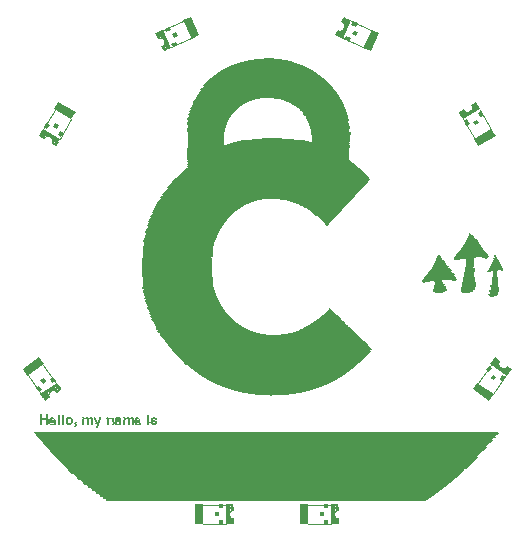
<source format=gbr>
G04 EAGLE Gerber RS-274X export*
G75*
%MOMM*%
%FSLAX34Y34*%
%LPD*%
%INSilkscreen Top*%
%IPPOS*%
%AMOC8*
5,1,8,0,0,1.08239X$1,22.5*%
G01*
%ADD10R,27.073856X0.083819*%
%ADD11R,27.325319X0.083819*%
%ADD12R,27.576781X0.083819*%
%ADD13R,27.828238X0.083819*%
%ADD14R,28.079700X0.083819*%
%ADD15R,28.331156X0.083819*%
%ADD16R,28.498800X0.083819*%
%ADD17R,28.750256X0.083819*%
%ADD18R,29.001719X0.083819*%
%ADD19R,29.169356X0.083819*%
%ADD20R,29.420819X0.083819*%
%ADD21R,29.672275X0.083819*%
%ADD22R,29.839919X0.083819*%
%ADD23R,30.091381X0.083819*%
%ADD24R,30.342838X0.083819*%
%ADD25R,30.510475X0.083819*%
%ADD26R,30.761938X0.083819*%
%ADD27R,30.929581X0.083819*%
%ADD28R,31.181038X0.083819*%
%ADD29R,31.348675X0.083819*%
%ADD30R,31.516319X0.083819*%
%ADD31R,31.767781X0.083819*%
%ADD32R,31.935419X0.083819*%
%ADD33R,32.186875X0.083819*%
%ADD34R,32.354519X0.083819*%
%ADD35R,32.522156X0.083819*%
%ADD36R,32.689800X0.083819*%
%ADD37R,32.941256X0.083819*%
%ADD38R,33.108900X0.083819*%
%ADD39R,33.276538X0.083819*%
%ADD40R,33.444181X0.083819*%
%ADD41R,33.611819X0.083819*%
%ADD42R,33.863275X0.083819*%
%ADD43R,34.030919X0.083819*%
%ADD44R,34.198556X0.083819*%
%ADD45R,34.366200X0.083819*%
%ADD46R,34.533838X0.083819*%
%ADD47R,34.701475X0.083819*%
%ADD48R,34.869119X0.083819*%
%ADD49R,35.036756X0.083819*%
%ADD50R,35.204400X0.083819*%
%ADD51R,35.372038X0.083819*%
%ADD52R,35.539675X0.083819*%
%ADD53R,35.707319X0.083819*%
%ADD54R,35.791138X0.083819*%
%ADD55R,35.958781X0.083819*%
%ADD56R,36.126419X0.083819*%
%ADD57R,36.294056X0.083819*%
%ADD58R,36.461700X0.083819*%
%ADD59R,36.629337X0.083819*%
%ADD60R,36.713156X0.083819*%
%ADD61R,36.880800X0.083819*%
%ADD62R,37.048437X0.083819*%
%ADD63R,37.216075X0.083819*%
%ADD64R,37.299900X0.083819*%
%ADD65R,37.467537X0.083819*%
%ADD66R,37.635181X0.083819*%
%ADD67R,37.802819X0.083819*%
%ADD68R,37.886637X0.083819*%
%ADD69R,38.054275X0.083819*%
%ADD70R,38.221919X0.083819*%
%ADD71R,38.305737X0.083819*%
%ADD72R,38.473381X0.083819*%
%ADD73R,38.557200X0.083819*%
%ADD74R,38.724837X0.083819*%
%ADD75R,38.808656X0.083819*%
%ADD76R,38.976300X0.083819*%
%ADD77R,39.060119X0.083819*%
%ADD78R,39.227756X0.083819*%
%ADD79R,39.311581X0.083819*%
%ADD80R,0.251456X0.083819*%
%ADD81R,0.167637X0.083819*%
%ADD82R,0.502919X0.083819*%
%ADD83R,0.419100X0.083819*%
%ADD84R,0.335281X0.083819*%
%ADD85R,0.251463X0.083819*%
%ADD86R,0.586738X0.083819*%
%ADD87R,0.838200X0.083819*%
%ADD88R,0.754381X0.083819*%
%ADD89R,1.005837X0.083819*%
%ADD90R,0.083819X0.083819*%
%ADD91R,0.754375X0.083819*%
%ADD92R,0.922019X0.083819*%
%ADD93R,0.670556X0.083819*%
%ADD94R,0.335275X0.083819*%
%ADD95R,2.933700X0.083819*%
%ADD96R,4.107175X0.083819*%
%ADD97R,5.113019X0.083819*%
%ADD98R,5.783575X0.083819*%
%ADD99R,6.454138X0.083819*%
%ADD100R,6.957056X0.083819*%
%ADD101R,7.459975X0.083819*%
%ADD102R,7.962900X0.083819*%
%ADD103R,8.465819X0.083819*%
%ADD104R,8.801100X0.083819*%
%ADD105R,9.304019X0.083819*%
%ADD106R,9.639300X0.083819*%
%ADD107R,9.974575X0.083819*%
%ADD108R,10.309856X0.083819*%
%ADD109R,10.645138X0.083819*%
%ADD110R,10.980419X0.083819*%
%ADD111R,11.231875X0.083819*%
%ADD112R,11.483338X0.083819*%
%ADD113R,11.818619X0.083819*%
%ADD114R,12.070075X0.083819*%
%ADD115R,12.321537X0.083819*%
%ADD116R,12.573000X0.083819*%
%ADD117R,12.740638X0.083819*%
%ADD118R,13.075919X0.083819*%
%ADD119R,13.243556X0.083819*%
%ADD120R,13.411200X0.083819*%
%ADD121R,13.746475X0.083819*%
%ADD122R,13.914119X0.083819*%
%ADD123R,14.081756X0.083819*%
%ADD124R,14.249400X0.083819*%
%ADD125R,14.500856X0.083819*%
%ADD126R,14.668500X0.083819*%
%ADD127R,14.919956X0.083819*%
%ADD128R,15.087600X0.083819*%
%ADD129R,15.255238X0.083819*%
%ADD130R,15.422875X0.083819*%
%ADD131R,15.590519X0.083819*%
%ADD132R,15.758156X0.083819*%
%ADD133R,15.925800X0.083819*%
%ADD134R,16.093438X0.083819*%
%ADD135R,16.261075X0.083819*%
%ADD136R,16.428719X0.083819*%
%ADD137R,16.596356X0.083819*%
%ADD138R,16.764000X0.083819*%
%ADD139R,16.847819X0.083819*%
%ADD140R,16.931638X0.083819*%
%ADD141R,17.015456X0.083819*%
%ADD142R,17.015463X0.083819*%
%ADD143R,16.680175X0.083819*%
%ADD144R,9.052556X0.083819*%
%ADD145R,8.549638X0.083819*%
%ADD146R,8.214356X0.083819*%
%ADD147R,5.280656X0.083819*%
%ADD148R,8.046719X0.083819*%
%ADD149R,4.945381X0.083819*%
%ADD150R,7.795263X0.083819*%
%ADD151R,4.610100X0.083819*%
%ADD152R,7.711438X0.083819*%
%ADD153R,4.358638X0.083819*%
%ADD154R,7.543800X0.083819*%
%ADD155R,3.855719X0.083819*%
%ADD156R,7.292338X0.083819*%
%ADD157R,3.604263X0.083819*%
%ADD158R,3.352800X0.083819*%
%ADD159R,7.124700X0.083819*%
%ADD160R,3.101338X0.083819*%
%ADD161R,2.682238X0.083819*%
%ADD162R,6.957063X0.083819*%
%ADD163R,2.514600X0.083819*%
%ADD164R,6.873238X0.083819*%
%ADD165R,2.263138X0.083819*%
%ADD166R,2.095500X0.083819*%
%ADD167R,6.789419X0.083819*%
%ADD168R,1.844037X0.083819*%
%ADD169R,6.705600X0.083819*%
%ADD170R,1.676400X0.083819*%
%ADD171R,1.508763X0.083819*%
%ADD172R,6.621775X0.083819*%
%ADD173R,1.341119X0.083819*%
%ADD174R,6.621781X0.083819*%
%ADD175R,1.089656X0.083819*%
%ADD176R,6.537956X0.083819*%
%ADD177R,6.370319X0.083819*%
%ADD178R,6.286500X0.083819*%
%ADD179R,6.202681X0.083819*%
%ADD180R,6.202675X0.083819*%
%ADD181R,6.118856X0.083819*%
%ADD182R,6.035038X0.083819*%
%ADD183R,0.670563X0.083819*%
%ADD184R,1.173475X0.083819*%
%ADD185R,5.951219X0.083819*%
%ADD186R,1.257300X0.083819*%
%ADD187R,1.173481X0.083819*%
%ADD188R,5.867400X0.083819*%
%ADD189R,1.760219X0.083819*%
%ADD190R,2.849875X0.083819*%
%ADD191R,2.766056X0.083819*%
%ADD192R,2.598419X0.083819*%
%ADD193R,2.430775X0.083819*%
%ADD194R,2.346956X0.083819*%
%ADD195R,2.179319X0.083819*%
%ADD196R,1.927856X0.083819*%
%ADD197R,1.508756X0.083819*%
%ADD198R,1.424937X0.083819*%
%ADD199R,1.089662X0.083819*%
%ADD200R,5.783581X0.083819*%
%ADD201R,2.849881X0.083819*%
%ADD202R,1.592575X0.083819*%
%ADD203R,2.011675X0.083819*%
%ADD204R,7.040875X0.083819*%
%ADD205R,7.040881X0.083819*%
%ADD206R,7.208519X0.083819*%
%ADD207R,7.376156X0.083819*%
%ADD208R,3.604256X0.083819*%
%ADD209R,4.107181X0.083819*%
%ADD210R,7.879081X0.083819*%
%ADD211R,4.693919X0.083819*%
%ADD212R,5.029200X0.083819*%
%ADD213R,5.448300X0.083819*%
%ADD214R,8.633456X0.083819*%
%ADD215R,16.344900X0.083819*%
%ADD216R,16.261081X0.083819*%
%ADD217R,16.512538X0.083819*%
%ADD218R,15.422881X0.083819*%
%ADD219R,14.752319X0.083819*%
%ADD220R,14.417038X0.083819*%
%ADD221R,14.333219X0.083819*%
%ADD222R,14.165581X0.083819*%
%ADD223R,14.081762X0.083819*%
%ADD224R,13.830300X0.083819*%
%ADD225R,13.746481X0.083819*%
%ADD226R,13.662663X0.083819*%
%ADD227R,10.393681X0.083819*%
%ADD228R,10.142219X0.083819*%
%ADD229R,9.890756X0.083819*%
%ADD230R,6.118863X0.083819*%
%ADD231R,3.185156X0.083819*%
%ADD232R,3.520438X0.083819*%
%ADD233R,3.185163X0.083819*%
%ADD234R,3.268981X0.083819*%
%ADD235R,3.436619X0.083819*%
%ADD236R,3.688075X0.083819*%
%ADD237R,3.688081X0.083819*%
%ADD238R,3.771900X0.083819*%
%ADD239R,3.939538X0.083819*%
%ADD240R,4.023356X0.083819*%
%ADD241R,4.274819X0.083819*%
%ADD242R,4.191000X0.083819*%
%ADD243R,4.442463X0.083819*%
%ADD244R,4.442456X0.083819*%
%ADD245R,4.526275X0.083819*%
%ADD246R,4.861556X0.083819*%
%ADD247R,5.532119X0.083819*%
%ADD248R,12.237719X0.083819*%
%ADD249R,12.070081X0.083819*%
%ADD250R,11.902438X0.083819*%
%ADD251R,11.734800X0.083819*%
%ADD252R,11.567156X0.083819*%
%ADD253R,11.399519X0.083819*%
%ADD254R,11.315700X0.083819*%
%ADD255R,11.148056X0.083819*%
%ADD256R,11.064238X0.083819*%
%ADD257R,10.896600X0.083819*%
%ADD258R,10.812775X0.083819*%
%ADD259R,10.477500X0.083819*%
%ADD260R,9.806938X0.083819*%
%ADD261R,9.387837X0.083819*%
%ADD262R,9.136375X0.083819*%
%ADD263R,8.968737X0.083819*%
%ADD264R,8.717275X0.083819*%
%ADD265R,8.298175X0.083819*%
%ADD266R,5.615938X0.083819*%
%ADD267R,2.430781X0.083819*%
%ADD268C,0.101600*%
%ADD269R,0.500000X0.125000*%
%ADD270R,0.225000X0.325000*%
%ADD271R,0.125000X0.225000*%
%ADD272R,0.425000X0.125000*%
%ADD273R,0.500000X0.350000*%
%ADD274R,0.600000X0.125000*%
%ADD275R,1.700000X0.300000*%
%ADD276R,1.700000X0.700000*%
%ADD277R,0.325000X0.425000*%
%ADD278R,0.350000X0.350000*%
%ADD279R,0.125000X0.500000*%
%ADD280R,0.325000X0.225000*%
%ADD281R,0.225000X0.125000*%
%ADD282R,0.125000X0.425000*%
%ADD283R,0.350000X0.500000*%
%ADD284R,0.125000X0.600000*%
%ADD285R,0.300000X1.700000*%
%ADD286R,0.700000X1.700000*%
%ADD287R,0.425000X0.325000*%
%ADD288R,0.350000X0.350000*%


D10*
X-838Y-191948D03*
D11*
X-419Y-191110D03*
D12*
X-838Y-190271D03*
D13*
X-419Y-189433D03*
D14*
X-838Y-188595D03*
D15*
X-419Y-187757D03*
D16*
X-419Y-186919D03*
D17*
X-838Y-186080D03*
D18*
X-419Y-185242D03*
D19*
X-419Y-184404D03*
D20*
X-838Y-183566D03*
D21*
X-419Y-182728D03*
D22*
X-419Y-181889D03*
D23*
X-838Y-181051D03*
D24*
X-419Y-180213D03*
D25*
X-419Y-179375D03*
D26*
X-838Y-178537D03*
D27*
X-838Y-177698D03*
D28*
X-419Y-176860D03*
D29*
X-419Y-176022D03*
D30*
X-419Y-175184D03*
D31*
X-838Y-174346D03*
D32*
X-838Y-173507D03*
D33*
X-419Y-172669D03*
D34*
X-419Y-171831D03*
D35*
X-419Y-170993D03*
D36*
X-419Y-170155D03*
D37*
X-838Y-169316D03*
D38*
X-838Y-168478D03*
D39*
X-838Y-167640D03*
D40*
X-838Y-166802D03*
D41*
X-838Y-165964D03*
D42*
X-419Y-165125D03*
D43*
X-419Y-164287D03*
D44*
X-419Y-163449D03*
D45*
X-419Y-162611D03*
D46*
X-419Y-161773D03*
D47*
X-419Y-160934D03*
D48*
X-419Y-160096D03*
D49*
X-419Y-159258D03*
D50*
X-419Y-158420D03*
D51*
X-419Y-157582D03*
D52*
X-419Y-156743D03*
D53*
X-419Y-155905D03*
D54*
X-838Y-155067D03*
D55*
X-838Y-154229D03*
D56*
X-838Y-153391D03*
D57*
X-838Y-152552D03*
D58*
X-838Y-151714D03*
D59*
X-838Y-150876D03*
D60*
X-419Y-150038D03*
D61*
X-419Y-149200D03*
D62*
X-419Y-148361D03*
D63*
X-419Y-147523D03*
D64*
X-838Y-146685D03*
D65*
X-838Y-145847D03*
D66*
X-838Y-145009D03*
D67*
X-838Y-144170D03*
D68*
X-419Y-143332D03*
D69*
X-419Y-142494D03*
D70*
X-419Y-141656D03*
D71*
X-838Y-140818D03*
D72*
X-838Y-139979D03*
D73*
X-419Y-139141D03*
D74*
X-419Y-138303D03*
D75*
X-838Y-137465D03*
D76*
X-838Y-136627D03*
D77*
X-419Y-135788D03*
D78*
X-419Y-134950D03*
D79*
X-838Y-134112D03*
D80*
X-144170Y-129921D03*
D81*
X-163030Y-129083D03*
D80*
X-144170Y-129083D03*
D81*
X-162192Y-128245D03*
D80*
X-143332Y-128245D03*
D81*
X-191529Y-127406D03*
D80*
X-186080Y-127406D03*
D82*
X-181470Y-127406D03*
D80*
X-176022Y-127406D03*
D81*
X-173088Y-127406D03*
D83*
X-167640Y-127406D03*
D81*
X-162192Y-127406D03*
X-155486Y-127406D03*
D80*
X-151714Y-127406D03*
X-148361Y-127406D03*
X-143332Y-127406D03*
X-134950Y-127406D03*
D81*
X-130340Y-127406D03*
D82*
X-126149Y-127406D03*
D81*
X-121120Y-127406D03*
D80*
X-117348Y-127406D03*
D81*
X-113576Y-127406D03*
D82*
X-109385Y-127406D03*
D80*
X-100584Y-127406D03*
D84*
X-95974Y-127406D03*
D81*
X-191529Y-126568D03*
D83*
X-185242Y-126568D03*
D85*
X-179375Y-126568D03*
D80*
X-176022Y-126568D03*
D81*
X-173088Y-126568D03*
D86*
X-167640Y-126568D03*
D85*
X-162611Y-126568D03*
D81*
X-155486Y-126568D03*
D80*
X-151714Y-126568D03*
X-148361Y-126568D03*
D84*
X-143751Y-126568D03*
D80*
X-134950Y-126568D03*
D83*
X-129083Y-126568D03*
D81*
X-124473Y-126568D03*
X-121120Y-126568D03*
D80*
X-117348Y-126568D03*
D81*
X-113576Y-126568D03*
X-111062Y-126568D03*
D80*
X-107290Y-126568D03*
X-100584Y-126568D03*
D82*
X-95974Y-126568D03*
D81*
X-191529Y-125730D03*
D87*
X-183147Y-125730D03*
D80*
X-176022Y-125730D03*
D81*
X-173088Y-125730D03*
X-169736Y-125730D03*
X-165545Y-125730D03*
X-162192Y-125730D03*
X-155486Y-125730D03*
D80*
X-151714Y-125730D03*
X-148361Y-125730D03*
D83*
X-143332Y-125730D03*
D80*
X-134950Y-125730D03*
D83*
X-129083Y-125730D03*
D81*
X-124473Y-125730D03*
X-121120Y-125730D03*
D80*
X-117348Y-125730D03*
D88*
X-110642Y-125730D03*
D82*
X-99327Y-125730D03*
D81*
X-94298Y-125730D03*
X-191529Y-124892D03*
D87*
X-183147Y-124892D03*
D80*
X-176022Y-124892D03*
D81*
X-173088Y-124892D03*
X-169736Y-124892D03*
X-165545Y-124892D03*
X-155486Y-124892D03*
D80*
X-151714Y-124892D03*
X-148361Y-124892D03*
D81*
X-144590Y-124892D03*
X-142075Y-124892D03*
D80*
X-134950Y-124892D03*
D81*
X-130340Y-124892D03*
D82*
X-126149Y-124892D03*
D81*
X-121120Y-124892D03*
D80*
X-117348Y-124892D03*
D88*
X-110642Y-124892D03*
D80*
X-100584Y-124892D03*
D82*
X-95974Y-124892D03*
D81*
X-191529Y-124054D03*
D87*
X-183147Y-124054D03*
D80*
X-176022Y-124054D03*
D81*
X-173088Y-124054D03*
X-169736Y-124054D03*
D80*
X-165125Y-124054D03*
D81*
X-155486Y-124054D03*
D80*
X-151714Y-124054D03*
X-148361Y-124054D03*
X-145009Y-124054D03*
D81*
X-142075Y-124054D03*
D80*
X-134950Y-124054D03*
D81*
X-130340Y-124054D03*
D82*
X-126149Y-124054D03*
D81*
X-121120Y-124054D03*
D80*
X-117348Y-124054D03*
D88*
X-110642Y-124054D03*
D80*
X-100584Y-124054D03*
D83*
X-96393Y-124054D03*
D89*
X-187338Y-123215D03*
D90*
X-179375Y-123215D03*
D80*
X-176022Y-123215D03*
D81*
X-173088Y-123215D03*
D80*
X-169316Y-123215D03*
D81*
X-165545Y-123215D03*
X-155486Y-123215D03*
D80*
X-151714Y-123215D03*
X-148361Y-123215D03*
D81*
X-145428Y-123215D03*
D85*
X-141656Y-123215D03*
D80*
X-134950Y-123215D03*
X-130759Y-123215D03*
D82*
X-126149Y-123215D03*
D85*
X-120701Y-123215D03*
D80*
X-117348Y-123215D03*
D81*
X-113576Y-123215D03*
X-111062Y-123215D03*
D90*
X-107290Y-123215D03*
D80*
X-100584Y-123215D03*
D81*
X-97650Y-123215D03*
X-94298Y-123215D03*
D91*
X-188595Y-122377D03*
D83*
X-181889Y-122377D03*
D80*
X-176022Y-122377D03*
D81*
X-173088Y-122377D03*
D86*
X-167640Y-122377D03*
D92*
X-151714Y-122377D03*
D81*
X-145428Y-122377D03*
X-141237Y-122377D03*
D93*
X-132855Y-122377D03*
D82*
X-126149Y-122377D03*
D92*
X-117348Y-122377D03*
D83*
X-109804Y-122377D03*
D80*
X-100584Y-122377D03*
D82*
X-95974Y-122377D03*
D81*
X-191529Y-121539D03*
D80*
X-186080Y-121539D03*
X-181889Y-121539D03*
X-176022Y-121539D03*
D81*
X-173088Y-121539D03*
D83*
X-167640Y-121539D03*
D81*
X-155486Y-121539D03*
D80*
X-152552Y-121539D03*
X-149200Y-121539D03*
D90*
X-145847Y-121539D03*
D81*
X-141237Y-121539D03*
D90*
X-134950Y-121539D03*
D94*
X-126149Y-121539D03*
D81*
X-121120Y-121539D03*
D80*
X-118186Y-121539D03*
D81*
X-114414Y-121539D03*
D80*
X-109804Y-121539D03*
D81*
X-101003Y-121539D03*
D85*
X-95555Y-121539D03*
D81*
X-191529Y-120701D03*
D80*
X-186080Y-120701D03*
X-176022Y-120701D03*
D81*
X-173088Y-120701D03*
X-101003Y-120701D03*
X-191529Y-119863D03*
D80*
X-186080Y-119863D03*
X-176022Y-119863D03*
D81*
X-173088Y-119863D03*
D80*
X-100584Y-119863D03*
D81*
X-191529Y-119024D03*
X-186500Y-119024D03*
D80*
X3353Y-103099D03*
D95*
X4191Y-102260D03*
D96*
X4191Y-101422D03*
D97*
X4191Y-100584D03*
D98*
X4191Y-99746D03*
D99*
X4191Y-98908D03*
D100*
X4191Y-98069D03*
D101*
X4191Y-97231D03*
D102*
X4191Y-96393D03*
D103*
X4191Y-95555D03*
D104*
X4191Y-94717D03*
D105*
X4191Y-93878D03*
D106*
X4191Y-93040D03*
D107*
X4191Y-92202D03*
D108*
X4191Y-91364D03*
D109*
X4191Y-90526D03*
D110*
X4191Y-89687D03*
D111*
X3772Y-88849D03*
D112*
X4191Y-88011D03*
D113*
X4191Y-87173D03*
D114*
X3772Y-86335D03*
D115*
X4191Y-85496D03*
D116*
X3772Y-84658D03*
D117*
X3772Y-83820D03*
D118*
X3772Y-82982D03*
D119*
X3772Y-82144D03*
D120*
X3772Y-81305D03*
D121*
X3772Y-80467D03*
D122*
X3772Y-79629D03*
D123*
X3772Y-78791D03*
D124*
X3772Y-77953D03*
D125*
X3353Y-77114D03*
D126*
X3353Y-76276D03*
D127*
X3772Y-75438D03*
D128*
X3772Y-74600D03*
D129*
X3772Y-73762D03*
D130*
X3772Y-72923D03*
D131*
X3772Y-72085D03*
D132*
X3772Y-71247D03*
D133*
X3772Y-70409D03*
D134*
X3772Y-69571D03*
D135*
X3772Y-68732D03*
D136*
X3772Y-67894D03*
D137*
X3772Y-67056D03*
D138*
X3772Y-66218D03*
D139*
X3353Y-65380D03*
D140*
X3772Y-64541D03*
D141*
X3353Y-63703D03*
X2515Y-62865D03*
X1676Y-62027D03*
D142*
X838Y-61189D03*
D140*
X419Y-60350D03*
X-419Y-59512D03*
X-1257Y-58674D03*
X-2096Y-57836D03*
D139*
X-2515Y-56998D03*
X-3353Y-56159D03*
X-4191Y-55321D03*
D138*
X-4610Y-54483D03*
X-5448Y-53645D03*
X-6286Y-52807D03*
D143*
X-6706Y-51968D03*
D144*
X-45682Y-51130D03*
D99*
X43586Y-51130D03*
D145*
X-48197Y-50292D03*
D98*
X46101Y-50292D03*
D146*
X-50711Y-49454D03*
D147*
X47777Y-49454D03*
D148*
X-52388Y-48616D03*
D149*
X48616Y-48616D03*
D150*
X-53645Y-47777D03*
D151*
X49454Y-47777D03*
D152*
X-54902Y-46939D03*
D153*
X49873Y-46939D03*
D154*
X-55740Y-46101D03*
D96*
X50292Y-46101D03*
D101*
X-56998Y-45263D03*
D155*
X50711Y-45263D03*
D156*
X-57836Y-44425D03*
D157*
X51130Y-44425D03*
D156*
X-58674Y-43586D03*
D158*
X51549Y-43586D03*
D159*
X-59512Y-42748D03*
D160*
X51968Y-42748D03*
D159*
X-60350Y-41910D03*
D95*
X51968Y-41910D03*
D100*
X-61189Y-41072D03*
D161*
X52388Y-41072D03*
D162*
X-62027Y-40234D03*
D163*
X52388Y-40234D03*
D164*
X-62446Y-39395D03*
D165*
X52807Y-39395D03*
D164*
X-63284Y-38557D03*
D166*
X52807Y-38557D03*
D167*
X-63703Y-37719D03*
D168*
X53226Y-37719D03*
D169*
X-64122Y-36881D03*
D170*
X53226Y-36881D03*
D169*
X-64960Y-36043D03*
D171*
X53226Y-36043D03*
D172*
X-65380Y-35204D03*
D173*
X53226Y-35204D03*
D174*
X-66218Y-34366D03*
D175*
X53645Y-34366D03*
D176*
X-66637Y-33528D03*
D92*
X53645Y-33528D03*
D99*
X-67056Y-32690D03*
D88*
X53645Y-32690D03*
D99*
X-67894Y-31852D03*
D86*
X53645Y-31852D03*
D99*
X-67894Y-31013D03*
D83*
X53645Y-31013D03*
D177*
X-68313Y-30175D03*
D80*
X53645Y-30175D03*
D177*
X-69152Y-29337D03*
D90*
X53645Y-29337D03*
D177*
X-69152Y-28499D03*
D178*
X-69571Y-27661D03*
X-70409Y-26822D03*
X-70409Y-25984D03*
D179*
X-70828Y-25146D03*
D178*
X-71247Y-24308D03*
D180*
X-71666Y-23470D03*
X-71666Y-22631D03*
D181*
X-72085Y-21793D03*
D179*
X-72504Y-20955D03*
D181*
X-72923Y-20117D03*
X-72923Y-19279D03*
D83*
X190271Y-19279D03*
D182*
X-73343Y-18440D03*
D88*
X191110Y-18440D03*
D181*
X-73762Y-17602D03*
D87*
X191529Y-17602D03*
D181*
X-73762Y-16764D03*
D88*
X191948Y-16764D03*
D182*
X-74181Y-15926D03*
D183*
X145428Y-15926D03*
D93*
X168059Y-15926D03*
D88*
X191948Y-15926D03*
D182*
X-74181Y-15088D03*
D175*
X145847Y-15088D03*
D89*
X168897Y-15088D03*
D87*
X192367Y-15088D03*
D182*
X-74181Y-14249D03*
D184*
X146266Y-14249D03*
D175*
X169316Y-14249D03*
D87*
X192367Y-14249D03*
D185*
X-74600Y-13411D03*
D186*
X146685Y-13411D03*
D184*
X169736Y-13411D03*
D91*
X192786Y-13411D03*
D182*
X-75019Y-12573D03*
D175*
X146685Y-12573D03*
D184*
X169736Y-12573D03*
D91*
X192786Y-12573D03*
D182*
X-75019Y-11735D03*
D175*
X146685Y-11735D03*
D184*
X169736Y-11735D03*
D91*
X192786Y-11735D03*
D185*
X-75438Y-10897D03*
D89*
X146266Y-10897D03*
D187*
X170574Y-10897D03*
D93*
X192367Y-10897D03*
D185*
X-75438Y-10058D03*
D92*
X145847Y-10058D03*
D187*
X170574Y-10058D03*
D93*
X192367Y-10058D03*
D185*
X-75438Y-9220D03*
D87*
X146266Y-9220D03*
D187*
X170574Y-9220D03*
D86*
X192786Y-9220D03*
D185*
X-75438Y-8382D03*
D88*
X145847Y-8382D03*
D187*
X170574Y-8382D03*
D86*
X192786Y-8382D03*
D185*
X-75438Y-7544D03*
D81*
X132855Y-7544D03*
D183*
X145428Y-7544D03*
D187*
X170574Y-7544D03*
D86*
X192786Y-7544D03*
D188*
X-75857Y-6706D03*
D88*
X134950Y-6706D03*
X145009Y-6706D03*
D175*
X170993Y-6706D03*
D86*
X192786Y-6706D03*
D188*
X-75857Y-5867D03*
D189*
X139979Y-5867D03*
D83*
X158420Y-5867D03*
D175*
X170993Y-5867D03*
D82*
X193205Y-5867D03*
D188*
X-75857Y-5029D03*
D190*
X146266Y-5029D03*
D175*
X170993Y-5029D03*
D82*
X193205Y-5029D03*
D188*
X-75857Y-4191D03*
D191*
X146685Y-4191D03*
D89*
X170574Y-4191D03*
D82*
X193205Y-4191D03*
D188*
X-75857Y-3353D03*
D161*
X146266Y-3353D03*
D89*
X170574Y-3353D03*
D82*
X193205Y-3353D03*
D185*
X-76276Y-2515D03*
D192*
X146685Y-2515D03*
D92*
X170993Y-2515D03*
D83*
X192786Y-2515D03*
D188*
X-76695Y-1676D03*
D193*
X146685Y-1676D03*
D92*
X170993Y-1676D03*
D84*
X193205Y-1676D03*
D188*
X-76695Y-838D03*
D194*
X147104Y-838D03*
D92*
X170993Y-838D03*
D84*
X193205Y-838D03*
D188*
X-76695Y0D03*
D195*
X147104Y0D03*
D92*
X170993Y0D03*
D84*
X193205Y0D03*
D188*
X-76695Y838D03*
D166*
X146685Y838D03*
D92*
X170993Y838D03*
D84*
X193205Y838D03*
D188*
X-76695Y1676D03*
D196*
X146685Y1676D03*
D87*
X171412Y1676D03*
D94*
X188176Y1676D03*
D84*
X193205Y1676D03*
D188*
X-76695Y2515D03*
D168*
X147104Y2515D03*
D87*
X171412Y2515D03*
X191529Y2515D03*
D80*
X198653Y2515D03*
D188*
X-76695Y3353D03*
D170*
X147104Y3353D03*
D87*
X171412Y3353D03*
D186*
X193624Y3353D03*
D188*
X-76695Y4191D03*
D197*
X147104Y4191D03*
D87*
X171412Y4191D03*
D187*
X194043Y4191D03*
D188*
X-76695Y5029D03*
D198*
X146685Y5029D03*
D88*
X170993Y5029D03*
D199*
X193624Y5029D03*
D188*
X-76695Y5867D03*
D173*
X147104Y5867D03*
D93*
X171412Y5867D03*
D89*
X194043Y5867D03*
D188*
X-76695Y6706D03*
D186*
X146685Y6706D03*
D93*
X171412Y6706D03*
D92*
X193624Y6706D03*
D188*
X-76695Y7544D03*
D175*
X146685Y7544D03*
D93*
X171412Y7544D03*
D87*
X194043Y7544D03*
D188*
X-76695Y8382D03*
D89*
X146266Y8382D03*
D93*
X171412Y8382D03*
D88*
X193624Y8382D03*
D188*
X-76695Y9220D03*
D87*
X146266Y9220D03*
D93*
X171412Y9220D03*
X194043Y9220D03*
D188*
X-76695Y10058D03*
D87*
X146266Y10058D03*
D93*
X171412Y10058D03*
D86*
X193624Y10058D03*
D188*
X-76695Y10897D03*
D93*
X146266Y10897D03*
X171412Y10897D03*
D82*
X194043Y10897D03*
D188*
X-76695Y11735D03*
D86*
X145847Y11735D03*
D82*
X160515Y11735D03*
D93*
X171412Y11735D03*
D83*
X193624Y11735D03*
D188*
X-76695Y12573D03*
D82*
X145428Y12573D03*
D189*
X166802Y12573D03*
D81*
X185661Y12573D03*
D84*
X193205Y12573D03*
D200*
X-76276Y13411D03*
D84*
X145428Y13411D03*
D168*
X167221Y13411D03*
D86*
X184404Y13411D03*
D85*
X193624Y13411D03*
D188*
X-75857Y14249D03*
D84*
X145428Y14249D03*
D201*
X173088Y14249D03*
D81*
X193205Y14249D03*
D188*
X-75857Y15088D03*
D81*
X145428Y15088D03*
D161*
X173088Y15088D03*
D81*
X193205Y15088D03*
D188*
X-75857Y15926D03*
D161*
X173088Y15926D03*
D188*
X-75857Y16764D03*
D163*
X173088Y16764D03*
D188*
X-75857Y17602D03*
D194*
X173088Y17602D03*
D188*
X-75857Y18440D03*
D165*
X173507Y18440D03*
D188*
X-75857Y19279D03*
D166*
X173507Y19279D03*
D185*
X-75438Y20117D03*
D196*
X173507Y20117D03*
D185*
X-75438Y20955D03*
D196*
X173507Y20955D03*
D185*
X-75438Y21793D03*
D189*
X173507Y21793D03*
D188*
X-75019Y22631D03*
D202*
X173507Y22631D03*
D185*
X-74600Y23470D03*
D197*
X173088Y23470D03*
D185*
X-74600Y24308D03*
D198*
X173507Y24308D03*
D185*
X-74600Y25146D03*
D186*
X173507Y25146D03*
D185*
X-74600Y25984D03*
D187*
X173088Y25984D03*
D182*
X-74181Y26822D03*
D89*
X173088Y26822D03*
D182*
X-74181Y27661D03*
D89*
X173088Y27661D03*
D185*
X-73762Y28499D03*
D87*
X173088Y28499D03*
D182*
X-73343Y29337D03*
D88*
X172669Y29337D03*
D182*
X-73343Y30175D03*
D93*
X172250Y30175D03*
D181*
X-72923Y31013D03*
D82*
X172250Y31013D03*
D181*
X-72923Y31852D03*
D82*
X172250Y31852D03*
D182*
X-72504Y32690D03*
D84*
X172250Y32690D03*
D181*
X-72085Y33528D03*
D80*
X171831Y33528D03*
D181*
X-72085Y34366D03*
D90*
X171831Y34366D03*
D180*
X-71666Y35204D03*
X-71666Y36043D03*
D179*
X-70828Y36881D03*
X-70828Y37719D03*
D178*
X-70409Y38557D03*
X-69571Y39395D03*
X-69571Y40234D03*
D177*
X-69152Y41072D03*
D81*
X50711Y41072D03*
D99*
X-68732Y41910D03*
D84*
X50711Y41910D03*
D177*
X-68313Y42748D03*
D83*
X50292Y42748D03*
D99*
X-67894Y43586D03*
D86*
X50292Y43586D03*
D176*
X-67475Y44425D03*
D91*
X50292Y44425D03*
D176*
X-66637Y45263D03*
D92*
X50292Y45263D03*
D176*
X-66637Y46101D03*
D175*
X50292Y46101D03*
D176*
X-65799Y46939D03*
D186*
X50292Y46939D03*
D172*
X-65380Y47777D03*
D198*
X50292Y47777D03*
D169*
X-64960Y48616D03*
D202*
X50292Y48616D03*
D169*
X-64122Y49454D03*
D168*
X49873Y49454D03*
D167*
X-63703Y50292D03*
D203*
X49873Y50292D03*
D167*
X-62865Y51130D03*
D195*
X49873Y51130D03*
D164*
X-62446Y51968D03*
D194*
X49873Y51968D03*
D164*
X-61608Y52807D03*
D192*
X49454Y52807D03*
D204*
X-60770Y53645D03*
D191*
X49454Y53645D03*
D205*
X-59931Y54483D03*
D95*
X48616Y54483D03*
D206*
X-59093Y55321D03*
D160*
X48616Y55321D03*
D206*
X-58255Y56159D03*
D158*
X48197Y56159D03*
D207*
X-57417Y56998D03*
D208*
X47777Y56998D03*
D207*
X-56579Y57836D03*
D155*
X47358Y57836D03*
D154*
X-55740Y58674D03*
D209*
X46939Y58674D03*
D152*
X-54064Y59512D03*
D153*
X46520Y59512D03*
D210*
X-53226Y60350D03*
D211*
X45682Y60350D03*
D148*
X-51549Y61189D03*
D212*
X44844Y61189D03*
D146*
X-49873Y62027D03*
D213*
X43586Y62027D03*
D214*
X-47777Y62865D03*
D182*
X41491Y62865D03*
D135*
X-8801Y63703D03*
D215*
X-8382Y64541D03*
X-7544Y65380D03*
D216*
X-7125Y66218D03*
D215*
X-6706Y67056D03*
X-5867Y67894D03*
X-5029Y68732D03*
D136*
X-4610Y69571D03*
X-3772Y70409D03*
X-2934Y71247D03*
X-2096Y72085D03*
D217*
X-1676Y72923D03*
X-838Y73762D03*
X0Y74600D03*
X838Y75438D03*
X1676Y76276D03*
X2515Y77114D03*
X2515Y77953D03*
X3353Y78791D03*
X4191Y79629D03*
D215*
X4191Y80467D03*
D216*
X4610Y81305D03*
D134*
X4610Y82144D03*
D133*
X4610Y82982D03*
D132*
X4610Y83820D03*
D131*
X4610Y84658D03*
D218*
X4610Y85496D03*
D129*
X4610Y86335D03*
D128*
X4610Y87173D03*
D127*
X4610Y88011D03*
D219*
X4610Y88849D03*
D220*
X4610Y89687D03*
D221*
X4191Y90526D03*
D124*
X3772Y91364D03*
D222*
X3353Y92202D03*
D223*
X2934Y93040D03*
D122*
X2096Y93878D03*
D224*
X1676Y94717D03*
D225*
X1257Y95555D03*
D226*
X838Y96393D03*
X838Y97231D03*
X838Y98069D03*
X838Y98908D03*
X838Y99746D03*
X838Y100584D03*
X838Y101422D03*
X838Y102260D03*
X838Y103099D03*
X838Y103937D03*
X838Y104775D03*
X838Y105613D03*
D225*
X1257Y106451D03*
X1257Y107290D03*
X1257Y108128D03*
D160*
X-51968Y108966D03*
D227*
X18021Y108966D03*
D160*
X-51968Y109804D03*
D228*
X19279Y109804D03*
D160*
X-51968Y110642D03*
D229*
X20536Y110642D03*
D160*
X-51968Y111481D03*
D230*
X5029Y111481D03*
D231*
X54064Y111481D03*
D160*
X-51968Y112319D03*
D213*
X5029Y112319D03*
D231*
X54064Y112319D03*
D160*
X-51968Y113157D03*
D151*
X5029Y113157D03*
D231*
X54064Y113157D03*
D160*
X-51968Y113995D03*
D232*
X4610Y113995D03*
D231*
X54064Y113995D03*
D160*
X-51968Y114833D03*
D189*
X4191Y114833D03*
D231*
X54064Y114833D03*
D160*
X-51968Y115672D03*
D231*
X54064Y115672D03*
D160*
X-51968Y116510D03*
D231*
X54064Y116510D03*
D160*
X-51968Y117348D03*
D231*
X54064Y117348D03*
D160*
X-51968Y118186D03*
D158*
X54064Y118186D03*
D160*
X-51968Y119024D03*
D158*
X54064Y119024D03*
D160*
X-51968Y119863D03*
D158*
X54064Y119863D03*
D233*
X-51549Y120701D03*
D234*
X53645Y120701D03*
D233*
X-51549Y121539D03*
D234*
X53645Y121539D03*
D233*
X-51549Y122377D03*
D234*
X53645Y122377D03*
D233*
X-51549Y123215D03*
D158*
X53226Y123215D03*
D234*
X-51130Y124054D03*
D158*
X53226Y124054D03*
D234*
X-51130Y124892D03*
D158*
X53226Y124892D03*
D234*
X-51130Y125730D03*
D235*
X52807Y125730D03*
D158*
X-50711Y126568D03*
D235*
X52807Y126568D03*
D158*
X-50711Y127406D03*
D235*
X52807Y127406D03*
D158*
X-50711Y128245D03*
D235*
X51968Y128245D03*
X-50292Y129083D03*
X51968Y129083D03*
X-50292Y129921D03*
D232*
X51549Y129921D03*
X-49873Y130759D03*
X51549Y130759D03*
X-49873Y131597D03*
D157*
X51130Y131597D03*
D232*
X-49035Y132436D03*
X50711Y132436D03*
D208*
X-48616Y133274D03*
X50292Y133274D03*
X-48616Y134112D03*
D236*
X49873Y134112D03*
X-48197Y134950D03*
D237*
X49035Y134950D03*
D238*
X-47777Y135788D03*
D237*
X49035Y135788D03*
D238*
X-46939Y136627D03*
X48616Y136627D03*
D155*
X-46520Y137465D03*
D238*
X47777Y137465D03*
D239*
X-46101Y138303D03*
D155*
X47358Y138303D03*
D239*
X-45263Y139141D03*
X46939Y139141D03*
D240*
X-44844Y139979D03*
D239*
X46101Y139979D03*
D96*
X-44425Y140818D03*
D209*
X45263Y140818D03*
X-43586Y141656D03*
X44425Y141656D03*
D241*
X-42748Y142494D03*
D242*
X44006Y142494D03*
D241*
X-41910Y143332D03*
D153*
X43167Y143332D03*
D243*
X-41072Y144170D03*
D244*
X41910Y144170D03*
D245*
X-39815Y145009D03*
D151*
X41072Y145009D03*
D211*
X-38976Y145847D03*
X39815Y145847D03*
D246*
X-37300Y146685D03*
D149*
X38557Y146685D03*
D97*
X-36043Y147523D03*
X36881Y147523D03*
D213*
X-33528Y148361D03*
D247*
X33947Y148361D03*
D248*
X419Y149200D03*
D249*
X419Y150038D03*
X419Y150876D03*
D250*
X419Y151714D03*
D251*
X419Y152552D03*
X419Y153391D03*
D252*
X419Y154229D03*
D253*
X419Y155067D03*
D254*
X0Y155905D03*
D255*
X0Y156743D03*
D256*
X419Y157582D03*
D257*
X419Y158420D03*
D258*
X0Y159258D03*
D109*
X0Y160096D03*
D259*
X0Y160934D03*
D108*
X0Y161773D03*
D228*
X0Y162611D03*
D107*
X0Y163449D03*
D260*
X0Y164287D03*
D106*
X0Y165125D03*
D261*
X-419Y165964D03*
D262*
X0Y166802D03*
D263*
X0Y167640D03*
D264*
X-419Y168478D03*
D103*
X0Y169316D03*
D265*
X0Y170155D03*
D102*
X0Y170993D03*
D152*
X-419Y171831D03*
D101*
X0Y172669D03*
D159*
X0Y173507D03*
D167*
X0Y174346D03*
D99*
X0Y175184D03*
D181*
X0Y176022D03*
D266*
X0Y176860D03*
D97*
X0Y177698D03*
D151*
X0Y178537D03*
D240*
X419Y179375D03*
D158*
X419Y180213D03*
D267*
X838Y181051D03*
D87*
X1257Y181889D03*
D268*
X-178047Y-99713D02*
X-178127Y-99616D01*
X-178210Y-99521D01*
X-178296Y-99430D01*
X-178385Y-99341D01*
X-178477Y-99254D01*
X-178571Y-99171D01*
X-178668Y-99091D01*
X-178767Y-99014D01*
X-178869Y-98940D01*
X-178973Y-98869D01*
X-179079Y-98802D01*
X-179187Y-98738D01*
X-179297Y-98677D01*
X-179409Y-98620D01*
X-179523Y-98566D01*
X-179639Y-98516D01*
X-179756Y-98470D01*
X-179874Y-98427D01*
X-179993Y-98388D01*
X-180114Y-98353D01*
X-180236Y-98322D01*
X-180359Y-98294D01*
X-180482Y-98270D01*
X-180606Y-98251D01*
X-180731Y-98235D01*
X-180856Y-98223D01*
X-180982Y-98215D01*
X-181108Y-98211D01*
X-181233Y-98210D01*
X-181359Y-98214D01*
X-181485Y-98222D01*
X-181610Y-98234D01*
X-181735Y-98249D01*
X-181859Y-98269D01*
X-181983Y-98292D01*
X-182105Y-98319D01*
X-182227Y-98351D01*
X-182348Y-98386D01*
X-182468Y-98424D01*
X-182586Y-98467D01*
X-182703Y-98513D01*
X-182819Y-98563D01*
X-182933Y-98616D01*
X-183045Y-98673D01*
X-183155Y-98733D01*
X-183263Y-98797D01*
X-183370Y-98864D01*
X-183474Y-98935D01*
X-183576Y-99009D01*
X-183675Y-99085D01*
X-183772Y-99165D01*
X-183867Y-99248D01*
X-183959Y-99334D01*
X-184048Y-99423D01*
X-184134Y-99515D01*
X-184217Y-99609D01*
X-184298Y-99706D01*
X-184375Y-99805D01*
X-184449Y-99906D01*
X-184520Y-100010D01*
X-184588Y-100116D01*
X-184652Y-100225D01*
X-184713Y-100335D01*
X-184770Y-100447D01*
X-184824Y-100560D01*
X-184874Y-100676D01*
X-184921Y-100792D01*
X-184964Y-100911D01*
X-185003Y-101030D01*
X-185038Y-101151D01*
X-185070Y-101273D01*
X-185098Y-101395D01*
X-185122Y-101519D01*
X-185142Y-101643D01*
X-185158Y-101768D01*
X-185170Y-101893D01*
X-185178Y-102018D01*
X-185182Y-102144D01*
X-185183Y-102270D01*
X-185179Y-102396D01*
X-185172Y-102521D01*
X-185160Y-102646D01*
X-185145Y-102771D01*
X-185125Y-102896D01*
X-185102Y-103019D01*
X-185075Y-103142D01*
X-185044Y-103264D01*
X-185009Y-103385D01*
X-184971Y-103505D01*
X-184929Y-103623D01*
X-184883Y-103740D01*
X-184833Y-103856D01*
X-184780Y-103970D01*
X-184723Y-104082D01*
X-184663Y-104192D01*
X-184599Y-104301D01*
X-178498Y-92093D02*
X-189396Y-76529D01*
X-202502Y-85707D02*
X-191604Y-101271D01*
X-178821Y-97418D02*
X-178819Y-97355D01*
X-178813Y-97293D01*
X-178803Y-97231D01*
X-178790Y-97169D01*
X-178772Y-97109D01*
X-178751Y-97050D01*
X-178726Y-96992D01*
X-178697Y-96936D01*
X-178665Y-96882D01*
X-178630Y-96830D01*
X-178592Y-96781D01*
X-178550Y-96733D01*
X-178506Y-96689D01*
X-178458Y-96647D01*
X-178409Y-96609D01*
X-178357Y-96574D01*
X-178303Y-96542D01*
X-178247Y-96513D01*
X-178189Y-96488D01*
X-178130Y-96467D01*
X-178070Y-96449D01*
X-178008Y-96436D01*
X-177946Y-96426D01*
X-177884Y-96420D01*
X-177821Y-96418D01*
X-177758Y-96420D01*
X-177696Y-96426D01*
X-177634Y-96436D01*
X-177572Y-96449D01*
X-177512Y-96467D01*
X-177453Y-96488D01*
X-177395Y-96513D01*
X-177339Y-96542D01*
X-177285Y-96574D01*
X-177233Y-96609D01*
X-177184Y-96647D01*
X-177136Y-96689D01*
X-177092Y-96733D01*
X-177050Y-96781D01*
X-177012Y-96830D01*
X-176977Y-96882D01*
X-176945Y-96936D01*
X-176916Y-96992D01*
X-176891Y-97050D01*
X-176870Y-97109D01*
X-176852Y-97169D01*
X-176839Y-97231D01*
X-176829Y-97293D01*
X-176823Y-97355D01*
X-176821Y-97418D01*
X-176823Y-97481D01*
X-176829Y-97543D01*
X-176839Y-97605D01*
X-176852Y-97667D01*
X-176870Y-97727D01*
X-176891Y-97786D01*
X-176916Y-97844D01*
X-176945Y-97900D01*
X-176977Y-97954D01*
X-177012Y-98006D01*
X-177050Y-98055D01*
X-177092Y-98103D01*
X-177136Y-98147D01*
X-177184Y-98189D01*
X-177233Y-98227D01*
X-177285Y-98262D01*
X-177339Y-98294D01*
X-177395Y-98323D01*
X-177453Y-98348D01*
X-177512Y-98369D01*
X-177572Y-98387D01*
X-177634Y-98400D01*
X-177696Y-98410D01*
X-177758Y-98416D01*
X-177821Y-98418D01*
X-177884Y-98416D01*
X-177946Y-98410D01*
X-178008Y-98400D01*
X-178070Y-98387D01*
X-178130Y-98369D01*
X-178189Y-98348D01*
X-178247Y-98323D01*
X-178303Y-98294D01*
X-178357Y-98262D01*
X-178409Y-98227D01*
X-178458Y-98189D01*
X-178506Y-98147D01*
X-178550Y-98103D01*
X-178592Y-98055D01*
X-178630Y-98006D01*
X-178665Y-97954D01*
X-178697Y-97900D01*
X-178726Y-97844D01*
X-178751Y-97786D01*
X-178772Y-97727D01*
X-178790Y-97667D01*
X-178803Y-97605D01*
X-178813Y-97543D01*
X-178819Y-97481D01*
X-178821Y-97418D01*
D269*
G36*
X-178886Y-99384D02*
X-174791Y-96518D01*
X-174074Y-97542D01*
X-178169Y-100408D01*
X-178886Y-99384D01*
G37*
D270*
G36*
X-178353Y-95351D02*
X-176510Y-94060D01*
X-174647Y-96721D01*
X-176490Y-98012D01*
X-178353Y-95351D01*
G37*
D271*
G36*
X-180811Y-97071D02*
X-179787Y-96354D01*
X-178497Y-98197D01*
X-179521Y-98914D01*
X-180811Y-97071D01*
G37*
D272*
G36*
X-181630Y-97643D02*
X-178149Y-95207D01*
X-177432Y-96231D01*
X-180913Y-98667D01*
X-181630Y-97643D01*
G37*
D273*
G36*
X-190006Y-104424D02*
X-185911Y-101557D01*
X-183904Y-104424D01*
X-187999Y-107291D01*
X-190006Y-104424D01*
G37*
D274*
G36*
X-190436Y-103809D02*
X-185523Y-100369D01*
X-184806Y-101393D01*
X-189719Y-104833D01*
X-190436Y-103809D01*
G37*
D275*
G36*
X-192014Y-101557D02*
X-178089Y-91807D01*
X-176368Y-94265D01*
X-190293Y-104015D01*
X-192014Y-101557D01*
G37*
D276*
G36*
X-206926Y-80259D02*
X-193001Y-70509D01*
X-188986Y-76243D01*
X-202911Y-85993D01*
X-206926Y-80259D01*
G37*
D277*
G36*
X-184191Y-88756D02*
X-181530Y-86892D01*
X-179093Y-90372D01*
X-181754Y-92236D01*
X-184191Y-88756D01*
G37*
G36*
X-195454Y-96643D02*
X-192793Y-94779D01*
X-190356Y-98259D01*
X-193017Y-100123D01*
X-195454Y-96643D01*
G37*
D278*
G36*
X-191933Y-89905D02*
X-189067Y-87897D01*
X-187059Y-90763D01*
X-189925Y-92771D01*
X-191933Y-89905D01*
G37*
D268*
X-28450Y-199200D02*
X-28575Y-199210D01*
X-28700Y-199224D01*
X-28825Y-199242D01*
X-28949Y-199264D01*
X-29072Y-199290D01*
X-29194Y-199319D01*
X-29315Y-199353D01*
X-29436Y-199390D01*
X-29554Y-199431D01*
X-29672Y-199475D01*
X-29788Y-199524D01*
X-29903Y-199575D01*
X-30016Y-199631D01*
X-30127Y-199690D01*
X-30236Y-199752D01*
X-30343Y-199818D01*
X-30448Y-199887D01*
X-30551Y-199960D01*
X-30652Y-200035D01*
X-30750Y-200114D01*
X-30845Y-200196D01*
X-30938Y-200281D01*
X-31028Y-200368D01*
X-31116Y-200459D01*
X-31200Y-200552D01*
X-31282Y-200647D01*
X-31361Y-200746D01*
X-31436Y-200846D01*
X-31508Y-200949D01*
X-31577Y-201054D01*
X-31643Y-201162D01*
X-31705Y-201271D01*
X-31764Y-201382D01*
X-31819Y-201495D01*
X-31871Y-201610D01*
X-31919Y-201726D01*
X-31964Y-201844D01*
X-32004Y-201963D01*
X-32041Y-202083D01*
X-32074Y-202204D01*
X-32104Y-202327D01*
X-32129Y-202450D01*
X-32151Y-202574D01*
X-32168Y-202698D01*
X-32182Y-202823D01*
X-32192Y-202949D01*
X-32198Y-203074D01*
X-32200Y-203200D01*
X-32198Y-203326D01*
X-32192Y-203451D01*
X-32182Y-203577D01*
X-32168Y-203702D01*
X-32151Y-203826D01*
X-32129Y-203950D01*
X-32104Y-204073D01*
X-32074Y-204196D01*
X-32041Y-204317D01*
X-32004Y-204437D01*
X-31964Y-204556D01*
X-31919Y-204674D01*
X-31871Y-204790D01*
X-31819Y-204905D01*
X-31764Y-205018D01*
X-31705Y-205129D01*
X-31643Y-205238D01*
X-31577Y-205346D01*
X-31508Y-205451D01*
X-31436Y-205554D01*
X-31361Y-205654D01*
X-31282Y-205753D01*
X-31200Y-205848D01*
X-31116Y-205941D01*
X-31028Y-206032D01*
X-30938Y-206119D01*
X-30845Y-206204D01*
X-30750Y-206286D01*
X-30652Y-206365D01*
X-30551Y-206440D01*
X-30448Y-206513D01*
X-30343Y-206582D01*
X-30236Y-206648D01*
X-30127Y-206710D01*
X-30016Y-206769D01*
X-29903Y-206825D01*
X-29788Y-206876D01*
X-29672Y-206925D01*
X-29554Y-206969D01*
X-29436Y-207010D01*
X-29315Y-207047D01*
X-29194Y-207081D01*
X-29072Y-207110D01*
X-28949Y-207136D01*
X-28825Y-207158D01*
X-28700Y-207176D01*
X-28575Y-207190D01*
X-28450Y-207200D01*
X-34950Y-195200D02*
X-53950Y-195200D01*
X-53950Y-211200D02*
X-34950Y-211200D01*
X-31200Y-197700D02*
X-31198Y-197637D01*
X-31192Y-197575D01*
X-31182Y-197513D01*
X-31169Y-197451D01*
X-31151Y-197391D01*
X-31130Y-197332D01*
X-31105Y-197274D01*
X-31076Y-197218D01*
X-31044Y-197164D01*
X-31009Y-197112D01*
X-30971Y-197063D01*
X-30929Y-197015D01*
X-30885Y-196971D01*
X-30837Y-196929D01*
X-30788Y-196891D01*
X-30736Y-196856D01*
X-30682Y-196824D01*
X-30626Y-196795D01*
X-30568Y-196770D01*
X-30509Y-196749D01*
X-30449Y-196731D01*
X-30387Y-196718D01*
X-30325Y-196708D01*
X-30263Y-196702D01*
X-30200Y-196700D01*
X-30137Y-196702D01*
X-30075Y-196708D01*
X-30013Y-196718D01*
X-29951Y-196731D01*
X-29891Y-196749D01*
X-29832Y-196770D01*
X-29774Y-196795D01*
X-29718Y-196824D01*
X-29664Y-196856D01*
X-29612Y-196891D01*
X-29563Y-196929D01*
X-29515Y-196971D01*
X-29471Y-197015D01*
X-29429Y-197063D01*
X-29391Y-197112D01*
X-29356Y-197164D01*
X-29324Y-197218D01*
X-29295Y-197274D01*
X-29270Y-197332D01*
X-29249Y-197391D01*
X-29231Y-197451D01*
X-29218Y-197513D01*
X-29208Y-197575D01*
X-29202Y-197637D01*
X-29200Y-197700D01*
X-29202Y-197763D01*
X-29208Y-197825D01*
X-29218Y-197887D01*
X-29231Y-197949D01*
X-29249Y-198009D01*
X-29270Y-198068D01*
X-29295Y-198126D01*
X-29324Y-198182D01*
X-29356Y-198236D01*
X-29391Y-198288D01*
X-29429Y-198337D01*
X-29471Y-198385D01*
X-29515Y-198429D01*
X-29563Y-198471D01*
X-29612Y-198509D01*
X-29664Y-198544D01*
X-29718Y-198576D01*
X-29774Y-198605D01*
X-29832Y-198630D01*
X-29891Y-198651D01*
X-29951Y-198669D01*
X-30013Y-198682D01*
X-30075Y-198692D01*
X-30137Y-198698D01*
X-30200Y-198700D01*
X-30263Y-198698D01*
X-30325Y-198692D01*
X-30387Y-198682D01*
X-30449Y-198669D01*
X-30509Y-198651D01*
X-30568Y-198630D01*
X-30626Y-198605D01*
X-30682Y-198576D01*
X-30736Y-198544D01*
X-30788Y-198509D01*
X-30837Y-198471D01*
X-30885Y-198429D01*
X-30929Y-198385D01*
X-30971Y-198337D01*
X-31009Y-198288D01*
X-31044Y-198236D01*
X-31076Y-198182D01*
X-31105Y-198126D01*
X-31130Y-198068D01*
X-31151Y-198009D01*
X-31169Y-197949D01*
X-31182Y-197887D01*
X-31192Y-197825D01*
X-31198Y-197763D01*
X-31200Y-197700D01*
D279*
X-28575Y-197200D03*
D280*
X-30575Y-195825D03*
D281*
X-31075Y-199325D03*
D282*
X-31575Y-198825D03*
D283*
X-29700Y-209200D03*
D284*
X-31575Y-208700D03*
D285*
X-33450Y-203200D03*
D286*
X-57450Y-203200D03*
D287*
X-38825Y-196325D03*
X-38825Y-210075D03*
D288*
X-42700Y-203200D03*
D268*
X60450Y-199200D02*
X60325Y-199210D01*
X60200Y-199224D01*
X60075Y-199242D01*
X59951Y-199264D01*
X59828Y-199290D01*
X59706Y-199319D01*
X59585Y-199353D01*
X59464Y-199390D01*
X59346Y-199431D01*
X59228Y-199475D01*
X59112Y-199524D01*
X58997Y-199575D01*
X58884Y-199631D01*
X58773Y-199690D01*
X58664Y-199752D01*
X58557Y-199818D01*
X58452Y-199887D01*
X58349Y-199960D01*
X58248Y-200035D01*
X58150Y-200114D01*
X58055Y-200196D01*
X57962Y-200281D01*
X57872Y-200368D01*
X57784Y-200459D01*
X57700Y-200552D01*
X57618Y-200647D01*
X57539Y-200746D01*
X57464Y-200846D01*
X57392Y-200949D01*
X57323Y-201054D01*
X57257Y-201162D01*
X57195Y-201271D01*
X57136Y-201382D01*
X57081Y-201495D01*
X57029Y-201610D01*
X56981Y-201726D01*
X56936Y-201844D01*
X56896Y-201963D01*
X56859Y-202083D01*
X56826Y-202204D01*
X56796Y-202327D01*
X56771Y-202450D01*
X56749Y-202574D01*
X56732Y-202698D01*
X56718Y-202823D01*
X56708Y-202949D01*
X56702Y-203074D01*
X56700Y-203200D01*
X56702Y-203326D01*
X56708Y-203451D01*
X56718Y-203577D01*
X56732Y-203702D01*
X56749Y-203826D01*
X56771Y-203950D01*
X56796Y-204073D01*
X56826Y-204196D01*
X56859Y-204317D01*
X56896Y-204437D01*
X56936Y-204556D01*
X56981Y-204674D01*
X57029Y-204790D01*
X57081Y-204905D01*
X57136Y-205018D01*
X57195Y-205129D01*
X57257Y-205238D01*
X57323Y-205346D01*
X57392Y-205451D01*
X57464Y-205554D01*
X57539Y-205654D01*
X57618Y-205753D01*
X57700Y-205848D01*
X57784Y-205941D01*
X57872Y-206032D01*
X57962Y-206119D01*
X58055Y-206204D01*
X58150Y-206286D01*
X58248Y-206365D01*
X58349Y-206440D01*
X58452Y-206513D01*
X58557Y-206582D01*
X58664Y-206648D01*
X58773Y-206710D01*
X58884Y-206769D01*
X58997Y-206825D01*
X59112Y-206876D01*
X59228Y-206925D01*
X59346Y-206969D01*
X59464Y-207010D01*
X59585Y-207047D01*
X59706Y-207081D01*
X59828Y-207110D01*
X59951Y-207136D01*
X60075Y-207158D01*
X60200Y-207176D01*
X60325Y-207190D01*
X60450Y-207200D01*
X53950Y-195200D02*
X34950Y-195200D01*
X34950Y-211200D02*
X53950Y-211200D01*
X57700Y-197700D02*
X57702Y-197637D01*
X57708Y-197575D01*
X57718Y-197513D01*
X57731Y-197451D01*
X57749Y-197391D01*
X57770Y-197332D01*
X57795Y-197274D01*
X57824Y-197218D01*
X57856Y-197164D01*
X57891Y-197112D01*
X57929Y-197063D01*
X57971Y-197015D01*
X58015Y-196971D01*
X58063Y-196929D01*
X58112Y-196891D01*
X58164Y-196856D01*
X58218Y-196824D01*
X58274Y-196795D01*
X58332Y-196770D01*
X58391Y-196749D01*
X58451Y-196731D01*
X58513Y-196718D01*
X58575Y-196708D01*
X58637Y-196702D01*
X58700Y-196700D01*
X58763Y-196702D01*
X58825Y-196708D01*
X58887Y-196718D01*
X58949Y-196731D01*
X59009Y-196749D01*
X59068Y-196770D01*
X59126Y-196795D01*
X59182Y-196824D01*
X59236Y-196856D01*
X59288Y-196891D01*
X59337Y-196929D01*
X59385Y-196971D01*
X59429Y-197015D01*
X59471Y-197063D01*
X59509Y-197112D01*
X59544Y-197164D01*
X59576Y-197218D01*
X59605Y-197274D01*
X59630Y-197332D01*
X59651Y-197391D01*
X59669Y-197451D01*
X59682Y-197513D01*
X59692Y-197575D01*
X59698Y-197637D01*
X59700Y-197700D01*
X59698Y-197763D01*
X59692Y-197825D01*
X59682Y-197887D01*
X59669Y-197949D01*
X59651Y-198009D01*
X59630Y-198068D01*
X59605Y-198126D01*
X59576Y-198182D01*
X59544Y-198236D01*
X59509Y-198288D01*
X59471Y-198337D01*
X59429Y-198385D01*
X59385Y-198429D01*
X59337Y-198471D01*
X59288Y-198509D01*
X59236Y-198544D01*
X59182Y-198576D01*
X59126Y-198605D01*
X59068Y-198630D01*
X59009Y-198651D01*
X58949Y-198669D01*
X58887Y-198682D01*
X58825Y-198692D01*
X58763Y-198698D01*
X58700Y-198700D01*
X58637Y-198698D01*
X58575Y-198692D01*
X58513Y-198682D01*
X58451Y-198669D01*
X58391Y-198651D01*
X58332Y-198630D01*
X58274Y-198605D01*
X58218Y-198576D01*
X58164Y-198544D01*
X58112Y-198509D01*
X58063Y-198471D01*
X58015Y-198429D01*
X57971Y-198385D01*
X57929Y-198337D01*
X57891Y-198288D01*
X57856Y-198236D01*
X57824Y-198182D01*
X57795Y-198126D01*
X57770Y-198068D01*
X57749Y-198009D01*
X57731Y-197949D01*
X57718Y-197887D01*
X57708Y-197825D01*
X57702Y-197763D01*
X57700Y-197700D01*
D279*
X60325Y-197200D03*
D280*
X58325Y-195825D03*
D281*
X57825Y-199325D03*
D282*
X57325Y-198825D03*
D283*
X59200Y-209200D03*
D284*
X57325Y-208700D03*
D285*
X55450Y-203200D03*
D286*
X31450Y-203200D03*
D287*
X50075Y-196325D03*
X50075Y-210075D03*
D288*
X46200Y-203200D03*
D268*
X196401Y-73499D02*
X196337Y-73608D01*
X196277Y-73718D01*
X196220Y-73830D01*
X196167Y-73944D01*
X196117Y-74060D01*
X196071Y-74177D01*
X196029Y-74295D01*
X195991Y-74415D01*
X195956Y-74536D01*
X195925Y-74658D01*
X195898Y-74781D01*
X195875Y-74904D01*
X195855Y-75029D01*
X195840Y-75154D01*
X195828Y-75279D01*
X195821Y-75404D01*
X195817Y-75530D01*
X195818Y-75656D01*
X195822Y-75782D01*
X195830Y-75907D01*
X195842Y-76032D01*
X195858Y-76157D01*
X195878Y-76281D01*
X195902Y-76405D01*
X195930Y-76527D01*
X195962Y-76649D01*
X195997Y-76770D01*
X196036Y-76889D01*
X196079Y-77008D01*
X196126Y-77124D01*
X196176Y-77240D01*
X196230Y-77353D01*
X196287Y-77465D01*
X196348Y-77575D01*
X196412Y-77684D01*
X196480Y-77790D01*
X196551Y-77894D01*
X196625Y-77995D01*
X196702Y-78094D01*
X196783Y-78191D01*
X196866Y-78285D01*
X196952Y-78377D01*
X197041Y-78466D01*
X197133Y-78552D01*
X197228Y-78635D01*
X197325Y-78715D01*
X197424Y-78791D01*
X197526Y-78865D01*
X197630Y-78936D01*
X197737Y-79003D01*
X197845Y-79067D01*
X197955Y-79127D01*
X198067Y-79184D01*
X198181Y-79237D01*
X198297Y-79287D01*
X198414Y-79333D01*
X198532Y-79376D01*
X198652Y-79414D01*
X198773Y-79449D01*
X198895Y-79481D01*
X199017Y-79508D01*
X199141Y-79531D01*
X199265Y-79551D01*
X199390Y-79566D01*
X199515Y-79578D01*
X199641Y-79586D01*
X199767Y-79590D01*
X199892Y-79589D01*
X200018Y-79585D01*
X200144Y-79577D01*
X200269Y-79565D01*
X200394Y-79549D01*
X200518Y-79530D01*
X200641Y-79506D01*
X200764Y-79478D01*
X200886Y-79447D01*
X201007Y-79412D01*
X201126Y-79373D01*
X201244Y-79330D01*
X201361Y-79284D01*
X201477Y-79234D01*
X201591Y-79180D01*
X201703Y-79123D01*
X201813Y-79062D01*
X201921Y-78998D01*
X202027Y-78931D01*
X202131Y-78860D01*
X202233Y-78786D01*
X202332Y-78709D01*
X202429Y-78629D01*
X202523Y-78546D01*
X202615Y-78459D01*
X202704Y-78370D01*
X202790Y-78279D01*
X202873Y-78184D01*
X202953Y-78087D01*
X189396Y-76529D02*
X178498Y-92093D01*
X191604Y-101271D02*
X202502Y-85707D01*
X193168Y-74072D02*
X193170Y-74009D01*
X193176Y-73947D01*
X193186Y-73885D01*
X193199Y-73823D01*
X193217Y-73763D01*
X193238Y-73704D01*
X193263Y-73646D01*
X193292Y-73590D01*
X193324Y-73536D01*
X193359Y-73484D01*
X193397Y-73435D01*
X193439Y-73387D01*
X193483Y-73343D01*
X193531Y-73301D01*
X193580Y-73263D01*
X193632Y-73228D01*
X193686Y-73196D01*
X193742Y-73167D01*
X193800Y-73142D01*
X193859Y-73121D01*
X193919Y-73103D01*
X193981Y-73090D01*
X194043Y-73080D01*
X194105Y-73074D01*
X194168Y-73072D01*
X194231Y-73074D01*
X194293Y-73080D01*
X194355Y-73090D01*
X194417Y-73103D01*
X194477Y-73121D01*
X194536Y-73142D01*
X194594Y-73167D01*
X194650Y-73196D01*
X194704Y-73228D01*
X194756Y-73263D01*
X194805Y-73301D01*
X194853Y-73343D01*
X194897Y-73387D01*
X194939Y-73435D01*
X194977Y-73484D01*
X195012Y-73536D01*
X195044Y-73590D01*
X195073Y-73646D01*
X195098Y-73704D01*
X195119Y-73763D01*
X195137Y-73823D01*
X195150Y-73885D01*
X195160Y-73947D01*
X195166Y-74009D01*
X195168Y-74072D01*
X195166Y-74135D01*
X195160Y-74197D01*
X195150Y-74259D01*
X195137Y-74321D01*
X195119Y-74381D01*
X195098Y-74440D01*
X195073Y-74498D01*
X195044Y-74554D01*
X195012Y-74608D01*
X194977Y-74660D01*
X194939Y-74709D01*
X194897Y-74757D01*
X194853Y-74801D01*
X194805Y-74843D01*
X194756Y-74881D01*
X194704Y-74916D01*
X194650Y-74948D01*
X194594Y-74977D01*
X194536Y-75002D01*
X194477Y-75023D01*
X194417Y-75041D01*
X194355Y-75054D01*
X194293Y-75064D01*
X194231Y-75070D01*
X194168Y-75072D01*
X194105Y-75070D01*
X194043Y-75064D01*
X193981Y-75054D01*
X193919Y-75041D01*
X193859Y-75023D01*
X193800Y-75002D01*
X193742Y-74977D01*
X193686Y-74948D01*
X193632Y-74916D01*
X193580Y-74881D01*
X193531Y-74843D01*
X193483Y-74801D01*
X193439Y-74757D01*
X193397Y-74709D01*
X193359Y-74660D01*
X193324Y-74608D01*
X193292Y-74554D01*
X193263Y-74498D01*
X193238Y-74440D01*
X193217Y-74381D01*
X193199Y-74321D01*
X193186Y-74259D01*
X193176Y-74197D01*
X193170Y-74135D01*
X193168Y-74072D01*
D269*
G36*
X196380Y-74400D02*
X192285Y-71534D01*
X193002Y-70510D01*
X197097Y-73376D01*
X196380Y-74400D01*
G37*
D270*
G36*
X192407Y-75280D02*
X190564Y-73989D01*
X192427Y-71328D01*
X194270Y-72619D01*
X192407Y-75280D01*
G37*
D271*
G36*
X194864Y-77001D02*
X193840Y-76284D01*
X195130Y-74441D01*
X196154Y-75158D01*
X194864Y-77001D01*
G37*
D272*
G36*
X195683Y-77574D02*
X192202Y-75138D01*
X192919Y-74114D01*
X196400Y-76550D01*
X195683Y-77574D01*
G37*
D273*
G36*
X204919Y-83126D02*
X200824Y-80259D01*
X202831Y-77392D01*
X206926Y-80259D01*
X204919Y-83126D01*
G37*
D274*
G36*
X204488Y-83740D02*
X199575Y-80300D01*
X200292Y-79276D01*
X205205Y-82716D01*
X204488Y-83740D01*
G37*
D275*
G36*
X202911Y-85993D02*
X188986Y-76243D01*
X190707Y-73785D01*
X204632Y-83535D01*
X202911Y-85993D01*
G37*
D276*
G36*
X187999Y-107291D02*
X174074Y-97541D01*
X178089Y-91807D01*
X192014Y-101557D01*
X187999Y-107291D01*
G37*
D277*
G36*
X188207Y-83021D02*
X185546Y-81157D01*
X187983Y-77677D01*
X190644Y-79541D01*
X188207Y-83021D01*
G37*
G36*
X199470Y-90908D02*
X196809Y-89044D01*
X199246Y-85564D01*
X201907Y-87428D01*
X199470Y-90908D01*
G37*
D278*
G36*
X191933Y-89903D02*
X189067Y-87895D01*
X191075Y-85029D01*
X193941Y-87037D01*
X191933Y-89903D01*
G37*
D268*
X166336Y138857D02*
X166408Y138753D01*
X166482Y138652D01*
X166560Y138553D01*
X166641Y138457D01*
X166725Y138363D01*
X166811Y138272D01*
X166901Y138183D01*
X166993Y138098D01*
X167088Y138015D01*
X167185Y137936D01*
X167285Y137859D01*
X167387Y137786D01*
X167492Y137716D01*
X167599Y137649D01*
X167707Y137586D01*
X167818Y137526D01*
X167930Y137470D01*
X168044Y137417D01*
X168160Y137368D01*
X168277Y137322D01*
X168396Y137280D01*
X168516Y137242D01*
X168637Y137208D01*
X168759Y137177D01*
X168882Y137150D01*
X169005Y137128D01*
X169130Y137109D01*
X169255Y137094D01*
X169380Y137083D01*
X169506Y137075D01*
X169631Y137072D01*
X169757Y137073D01*
X169883Y137078D01*
X170008Y137086D01*
X170133Y137099D01*
X170258Y137115D01*
X170382Y137136D01*
X170506Y137160D01*
X170628Y137188D01*
X170750Y137220D01*
X170870Y137256D01*
X170990Y137295D01*
X171108Y137338D01*
X171225Y137385D01*
X171340Y137436D01*
X171453Y137490D01*
X171565Y137548D01*
X171675Y137609D01*
X171783Y137674D01*
X171889Y137742D01*
X171992Y137813D01*
X172094Y137887D01*
X172193Y137965D01*
X172289Y138045D01*
X172383Y138129D01*
X172474Y138216D01*
X172563Y138305D01*
X172649Y138397D01*
X172731Y138492D01*
X172811Y138589D01*
X172888Y138689D01*
X172961Y138791D01*
X173031Y138895D01*
X173098Y139002D01*
X173162Y139111D01*
X173222Y139221D01*
X173278Y139333D01*
X173331Y139447D01*
X173381Y139563D01*
X173427Y139680D01*
X173469Y139799D01*
X173507Y139919D01*
X173542Y140039D01*
X173572Y140161D01*
X173599Y140284D01*
X173622Y140408D01*
X173641Y140532D01*
X173657Y140657D01*
X173668Y140782D01*
X173675Y140908D01*
X173679Y141034D01*
X173678Y141159D01*
X173674Y141285D01*
X173665Y141411D01*
X173653Y141536D01*
X173637Y141661D01*
X173617Y141785D01*
X173593Y141908D01*
X173565Y142031D01*
X173533Y142152D01*
X173497Y142273D01*
X173458Y142393D01*
X173415Y142511D01*
X173368Y142628D01*
X173318Y142743D01*
X173264Y142856D01*
X166122Y131227D02*
X175622Y114773D01*
X189478Y122773D02*
X179978Y139227D01*
X164912Y136591D02*
X164914Y136654D01*
X164920Y136716D01*
X164930Y136778D01*
X164943Y136840D01*
X164961Y136900D01*
X164982Y136959D01*
X165007Y137017D01*
X165036Y137073D01*
X165068Y137127D01*
X165103Y137179D01*
X165141Y137228D01*
X165183Y137276D01*
X165227Y137320D01*
X165275Y137362D01*
X165324Y137400D01*
X165376Y137435D01*
X165430Y137467D01*
X165486Y137496D01*
X165544Y137521D01*
X165603Y137542D01*
X165663Y137560D01*
X165725Y137573D01*
X165787Y137583D01*
X165849Y137589D01*
X165912Y137591D01*
X165975Y137589D01*
X166037Y137583D01*
X166099Y137573D01*
X166161Y137560D01*
X166221Y137542D01*
X166280Y137521D01*
X166338Y137496D01*
X166394Y137467D01*
X166448Y137435D01*
X166500Y137400D01*
X166549Y137362D01*
X166597Y137320D01*
X166641Y137276D01*
X166683Y137228D01*
X166721Y137179D01*
X166756Y137127D01*
X166788Y137073D01*
X166817Y137017D01*
X166842Y136959D01*
X166863Y136900D01*
X166881Y136840D01*
X166894Y136778D01*
X166904Y136716D01*
X166910Y136654D01*
X166912Y136591D01*
X166910Y136528D01*
X166904Y136466D01*
X166894Y136404D01*
X166881Y136342D01*
X166863Y136282D01*
X166842Y136223D01*
X166817Y136165D01*
X166788Y136109D01*
X166756Y136055D01*
X166721Y136003D01*
X166683Y135954D01*
X166641Y135906D01*
X166597Y135862D01*
X166549Y135820D01*
X166500Y135782D01*
X166448Y135747D01*
X166394Y135715D01*
X166338Y135686D01*
X166280Y135661D01*
X166221Y135640D01*
X166161Y135622D01*
X166099Y135609D01*
X166037Y135599D01*
X165975Y135593D01*
X165912Y135591D01*
X165849Y135593D01*
X165787Y135599D01*
X165725Y135609D01*
X165663Y135622D01*
X165603Y135640D01*
X165544Y135661D01*
X165486Y135686D01*
X165430Y135715D01*
X165376Y135747D01*
X165324Y135782D01*
X165275Y135820D01*
X165227Y135862D01*
X165183Y135906D01*
X165141Y135954D01*
X165103Y136003D01*
X165068Y136055D01*
X165036Y136109D01*
X165007Y136165D01*
X164982Y136223D01*
X164961Y136282D01*
X164943Y136342D01*
X164930Y136404D01*
X164920Y136466D01*
X164914Y136528D01*
X164912Y136591D01*
D269*
G36*
X167143Y138456D02*
X162814Y135957D01*
X162189Y137040D01*
X166518Y139539D01*
X167143Y138456D01*
G37*
D270*
G36*
X166262Y134485D02*
X164315Y133360D01*
X162690Y136173D01*
X164637Y137298D01*
X166262Y134485D01*
G37*
D271*
G36*
X168860Y135985D02*
X167778Y135360D01*
X166654Y137307D01*
X167736Y137932D01*
X168860Y135985D01*
G37*
D272*
G36*
X169726Y136484D02*
X166047Y134360D01*
X165422Y135442D01*
X169101Y137566D01*
X169726Y136484D01*
G37*
D273*
G36*
X178661Y142509D02*
X174331Y140009D01*
X172581Y143039D01*
X176911Y145539D01*
X178661Y142509D01*
G37*
D274*
G36*
X179036Y141858D02*
X173841Y138859D01*
X173216Y139942D01*
X178411Y142941D01*
X179036Y141858D01*
G37*
D275*
G36*
X180411Y139476D02*
X165689Y130977D01*
X164189Y133576D01*
X178911Y142075D01*
X180411Y139476D01*
G37*
D276*
G36*
X193411Y116960D02*
X178689Y108461D01*
X175189Y114524D01*
X189911Y123023D01*
X193411Y116960D01*
G37*
D277*
G36*
X171503Y127407D02*
X168690Y125782D01*
X166565Y129461D01*
X169378Y131086D01*
X171503Y127407D01*
G37*
G36*
X183410Y134282D02*
X180597Y132657D01*
X178472Y136336D01*
X181285Y137961D01*
X183410Y134282D01*
G37*
D278*
G36*
X179315Y127876D02*
X176285Y126126D01*
X174535Y129156D01*
X177565Y130906D01*
X179315Y127876D01*
G37*
D268*
X60008Y206337D02*
X60126Y206293D01*
X60246Y206253D01*
X60366Y206217D01*
X60487Y206184D01*
X60610Y206155D01*
X60733Y206130D01*
X60857Y206109D01*
X60982Y206092D01*
X61107Y206079D01*
X61232Y206070D01*
X61358Y206064D01*
X61484Y206063D01*
X61609Y206066D01*
X61735Y206072D01*
X61860Y206083D01*
X61985Y206097D01*
X62110Y206115D01*
X62234Y206137D01*
X62357Y206163D01*
X62479Y206193D01*
X62600Y206227D01*
X62720Y206265D01*
X62839Y206306D01*
X62956Y206351D01*
X63072Y206399D01*
X63187Y206452D01*
X63300Y206507D01*
X63410Y206567D01*
X63519Y206630D01*
X63626Y206696D01*
X63731Y206765D01*
X63834Y206838D01*
X63934Y206914D01*
X64032Y206993D01*
X64127Y207075D01*
X64220Y207160D01*
X64310Y207248D01*
X64397Y207339D01*
X64481Y207432D01*
X64563Y207528D01*
X64641Y207626D01*
X64716Y207727D01*
X64788Y207830D01*
X64857Y207936D01*
X64922Y208043D01*
X64984Y208153D01*
X65043Y208264D01*
X65097Y208377D01*
X65149Y208492D01*
X65197Y208608D01*
X65241Y208726D01*
X65281Y208845D01*
X65318Y208966D01*
X65350Y209087D01*
X65379Y209209D01*
X65404Y209333D01*
X65426Y209457D01*
X65443Y209581D01*
X65456Y209706D01*
X65466Y209832D01*
X65471Y209957D01*
X65473Y210083D01*
X65471Y210209D01*
X65464Y210335D01*
X65454Y210460D01*
X65440Y210585D01*
X65422Y210709D01*
X65400Y210833D01*
X65374Y210956D01*
X65344Y211078D01*
X65311Y211200D01*
X65273Y211320D01*
X65232Y211439D01*
X65188Y211556D01*
X65139Y211672D01*
X65087Y211787D01*
X65032Y211900D01*
X64972Y212011D01*
X64910Y212120D01*
X64844Y212227D01*
X64775Y212332D01*
X64702Y212435D01*
X64626Y212535D01*
X64547Y212633D01*
X64465Y212728D01*
X64381Y212821D01*
X64293Y212911D01*
X64202Y212999D01*
X64109Y213083D01*
X64013Y213165D01*
X63915Y213243D01*
X63814Y213318D01*
X63711Y213390D01*
X63606Y213459D01*
X63499Y213525D01*
X63389Y213587D01*
X64209Y199964D02*
X81429Y191935D01*
X88191Y206436D02*
X70971Y214465D01*
X59961Y204238D02*
X59963Y204301D01*
X59969Y204363D01*
X59979Y204425D01*
X59992Y204487D01*
X60010Y204547D01*
X60031Y204606D01*
X60056Y204664D01*
X60085Y204720D01*
X60117Y204774D01*
X60152Y204826D01*
X60190Y204875D01*
X60232Y204923D01*
X60276Y204967D01*
X60324Y205009D01*
X60373Y205047D01*
X60425Y205082D01*
X60479Y205114D01*
X60535Y205143D01*
X60593Y205168D01*
X60652Y205189D01*
X60712Y205207D01*
X60774Y205220D01*
X60836Y205230D01*
X60898Y205236D01*
X60961Y205238D01*
X61024Y205236D01*
X61086Y205230D01*
X61148Y205220D01*
X61210Y205207D01*
X61270Y205189D01*
X61329Y205168D01*
X61387Y205143D01*
X61443Y205114D01*
X61497Y205082D01*
X61549Y205047D01*
X61598Y205009D01*
X61646Y204967D01*
X61690Y204923D01*
X61732Y204875D01*
X61770Y204826D01*
X61805Y204774D01*
X61837Y204720D01*
X61866Y204664D01*
X61891Y204606D01*
X61912Y204547D01*
X61930Y204487D01*
X61943Y204425D01*
X61953Y204363D01*
X61959Y204301D01*
X61961Y204238D01*
X61959Y204175D01*
X61953Y204113D01*
X61943Y204051D01*
X61930Y203989D01*
X61912Y203929D01*
X61891Y203870D01*
X61866Y203812D01*
X61837Y203756D01*
X61805Y203702D01*
X61770Y203650D01*
X61732Y203601D01*
X61690Y203553D01*
X61646Y203509D01*
X61598Y203467D01*
X61549Y203429D01*
X61497Y203394D01*
X61443Y203362D01*
X61387Y203333D01*
X61329Y203308D01*
X61270Y203287D01*
X61210Y203269D01*
X61148Y203256D01*
X61086Y203246D01*
X61024Y203240D01*
X60961Y203238D01*
X60898Y203240D01*
X60836Y203246D01*
X60774Y203256D01*
X60712Y203269D01*
X60652Y203287D01*
X60593Y203308D01*
X60535Y203333D01*
X60479Y203362D01*
X60425Y203394D01*
X60373Y203429D01*
X60324Y203467D01*
X60276Y203509D01*
X60232Y203553D01*
X60190Y203601D01*
X60152Y203650D01*
X60117Y203702D01*
X60085Y203756D01*
X60056Y203812D01*
X60031Y203870D01*
X60010Y203929D01*
X59992Y203989D01*
X59979Y204051D01*
X59969Y204113D01*
X59963Y204175D01*
X59961Y204238D01*
D269*
G36*
X60899Y206472D02*
X58787Y201942D01*
X57655Y202470D01*
X59767Y207000D01*
X60899Y206472D01*
G37*
D270*
G36*
X62456Y202712D02*
X61505Y200674D01*
X58560Y202048D01*
X59511Y204086D01*
X62456Y202712D01*
G37*
D271*
G36*
X63723Y205431D02*
X63195Y204300D01*
X61157Y205251D01*
X61685Y206382D01*
X63723Y205431D01*
G37*
D272*
G36*
X64146Y206337D02*
X62351Y202486D01*
X61218Y203015D01*
X63013Y206866D01*
X64146Y206337D01*
G37*
D273*
G36*
X68010Y216397D02*
X65897Y211866D01*
X62726Y213345D01*
X64839Y217876D01*
X68010Y216397D01*
G37*
D274*
G36*
X68690Y216080D02*
X66155Y210643D01*
X65022Y211172D01*
X67557Y216609D01*
X68690Y216080D01*
G37*
D275*
G36*
X71182Y214918D02*
X63999Y199512D01*
X61280Y200780D01*
X68463Y216186D01*
X71182Y214918D01*
G37*
D276*
G36*
X94746Y203930D02*
X87562Y188524D01*
X81218Y191482D01*
X88402Y206888D01*
X94746Y203930D01*
G37*
D277*
G36*
X70809Y199920D02*
X69436Y196976D01*
X65585Y198772D01*
X66958Y201716D01*
X70809Y199920D01*
G37*
G36*
X76620Y212382D02*
X75247Y209438D01*
X71396Y211234D01*
X72769Y214178D01*
X76620Y212382D01*
G37*
D278*
G36*
X76939Y204786D02*
X75460Y201615D01*
X72289Y203094D01*
X73768Y206265D01*
X76939Y204786D01*
G37*
D268*
X-89011Y192813D02*
X-88901Y192875D01*
X-88794Y192941D01*
X-88689Y193010D01*
X-88586Y193082D01*
X-88485Y193157D01*
X-88387Y193235D01*
X-88291Y193317D01*
X-88198Y193401D01*
X-88107Y193489D01*
X-88019Y193579D01*
X-87935Y193672D01*
X-87853Y193767D01*
X-87774Y193865D01*
X-87698Y193965D01*
X-87625Y194068D01*
X-87556Y194173D01*
X-87490Y194280D01*
X-87428Y194389D01*
X-87368Y194500D01*
X-87313Y194613D01*
X-87261Y194728D01*
X-87212Y194844D01*
X-87168Y194961D01*
X-87127Y195080D01*
X-87089Y195200D01*
X-87056Y195322D01*
X-87026Y195444D01*
X-87000Y195567D01*
X-86978Y195691D01*
X-86960Y195815D01*
X-86946Y195940D01*
X-86936Y196065D01*
X-86929Y196191D01*
X-86927Y196317D01*
X-86929Y196443D01*
X-86934Y196568D01*
X-86944Y196694D01*
X-86957Y196819D01*
X-86974Y196943D01*
X-86996Y197067D01*
X-87021Y197191D01*
X-87050Y197313D01*
X-87082Y197434D01*
X-87119Y197555D01*
X-87159Y197674D01*
X-87203Y197792D01*
X-87251Y197908D01*
X-87303Y198023D01*
X-87357Y198136D01*
X-87416Y198247D01*
X-87478Y198357D01*
X-87543Y198464D01*
X-87612Y198570D01*
X-87684Y198673D01*
X-87759Y198774D01*
X-87837Y198872D01*
X-87919Y198968D01*
X-88003Y199061D01*
X-88090Y199152D01*
X-88180Y199240D01*
X-88273Y199325D01*
X-88368Y199407D01*
X-88466Y199486D01*
X-88566Y199562D01*
X-88669Y199635D01*
X-88774Y199704D01*
X-88881Y199770D01*
X-88990Y199833D01*
X-89100Y199893D01*
X-89213Y199948D01*
X-89328Y200001D01*
X-89444Y200049D01*
X-89561Y200094D01*
X-89680Y200135D01*
X-89800Y200173D01*
X-89921Y200207D01*
X-90043Y200237D01*
X-90166Y200263D01*
X-90290Y200285D01*
X-90415Y200303D01*
X-90540Y200317D01*
X-90665Y200328D01*
X-90791Y200334D01*
X-90916Y200337D01*
X-91042Y200336D01*
X-91168Y200330D01*
X-91293Y200321D01*
X-91418Y200308D01*
X-91543Y200291D01*
X-91667Y200270D01*
X-91790Y200245D01*
X-91913Y200216D01*
X-92034Y200183D01*
X-92154Y200147D01*
X-92274Y200107D01*
X-92392Y200063D01*
X-81429Y191935D02*
X-64209Y199964D01*
X-70971Y214465D02*
X-88191Y206436D01*
X-87790Y192193D02*
X-87788Y192256D01*
X-87782Y192318D01*
X-87772Y192380D01*
X-87759Y192442D01*
X-87741Y192502D01*
X-87720Y192561D01*
X-87695Y192619D01*
X-87666Y192675D01*
X-87634Y192729D01*
X-87599Y192781D01*
X-87561Y192830D01*
X-87519Y192878D01*
X-87475Y192922D01*
X-87427Y192964D01*
X-87378Y193002D01*
X-87326Y193037D01*
X-87272Y193069D01*
X-87216Y193098D01*
X-87158Y193123D01*
X-87099Y193144D01*
X-87039Y193162D01*
X-86977Y193175D01*
X-86915Y193185D01*
X-86853Y193191D01*
X-86790Y193193D01*
X-86727Y193191D01*
X-86665Y193185D01*
X-86603Y193175D01*
X-86541Y193162D01*
X-86481Y193144D01*
X-86422Y193123D01*
X-86364Y193098D01*
X-86308Y193069D01*
X-86254Y193037D01*
X-86202Y193002D01*
X-86153Y192964D01*
X-86105Y192922D01*
X-86061Y192878D01*
X-86019Y192830D01*
X-85981Y192781D01*
X-85946Y192729D01*
X-85914Y192675D01*
X-85885Y192619D01*
X-85860Y192561D01*
X-85839Y192502D01*
X-85821Y192442D01*
X-85808Y192380D01*
X-85798Y192318D01*
X-85792Y192256D01*
X-85790Y192193D01*
X-85792Y192130D01*
X-85798Y192068D01*
X-85808Y192006D01*
X-85821Y191944D01*
X-85839Y191884D01*
X-85860Y191825D01*
X-85885Y191767D01*
X-85914Y191711D01*
X-85946Y191657D01*
X-85981Y191605D01*
X-86019Y191556D01*
X-86061Y191508D01*
X-86105Y191464D01*
X-86153Y191422D01*
X-86202Y191384D01*
X-86254Y191349D01*
X-86308Y191317D01*
X-86364Y191288D01*
X-86422Y191263D01*
X-86481Y191242D01*
X-86541Y191224D01*
X-86603Y191211D01*
X-86665Y191201D01*
X-86727Y191195D01*
X-86790Y191193D01*
X-86853Y191195D01*
X-86915Y191201D01*
X-86977Y191211D01*
X-87039Y191224D01*
X-87099Y191242D01*
X-87158Y191263D01*
X-87216Y191288D01*
X-87272Y191317D01*
X-87326Y191349D01*
X-87378Y191384D01*
X-87427Y191422D01*
X-87475Y191464D01*
X-87519Y191508D01*
X-87561Y191556D01*
X-87599Y191605D01*
X-87634Y191657D01*
X-87666Y191711D01*
X-87695Y191767D01*
X-87720Y191825D01*
X-87741Y191884D01*
X-87759Y191944D01*
X-87772Y192006D01*
X-87782Y192068D01*
X-87788Y192130D01*
X-87790Y192193D01*
D269*
G36*
X-88542Y193582D02*
X-86430Y189052D01*
X-87562Y188524D01*
X-89674Y193054D01*
X-88542Y193582D01*
G37*
D270*
G36*
X-84661Y192358D02*
X-83710Y190320D01*
X-86655Y188946D01*
X-87606Y190984D01*
X-84661Y192358D01*
G37*
D271*
G36*
X-85929Y195077D02*
X-85401Y193946D01*
X-87439Y192995D01*
X-87967Y194126D01*
X-85929Y195077D01*
G37*
D272*
G36*
X-86351Y195984D02*
X-84556Y192133D01*
X-85689Y191604D01*
X-87484Y195455D01*
X-86351Y195984D01*
G37*
D273*
G36*
X-91575Y205409D02*
X-89462Y200878D01*
X-92633Y199399D01*
X-94746Y203930D01*
X-91575Y205409D01*
G37*
D274*
G36*
X-90894Y205726D02*
X-88359Y200289D01*
X-89492Y199760D01*
X-92027Y205197D01*
X-90894Y205726D01*
G37*
D275*
G36*
X-88401Y206888D02*
X-81218Y191482D01*
X-83937Y190214D01*
X-91120Y205620D01*
X-88401Y206888D01*
G37*
D276*
G36*
X-64838Y217876D02*
X-57654Y202470D01*
X-63998Y199512D01*
X-71182Y214918D01*
X-64838Y217876D01*
G37*
D277*
G36*
X-77153Y196962D02*
X-75780Y194018D01*
X-79631Y192222D01*
X-81004Y195166D01*
X-77153Y196962D01*
G37*
G36*
X-82964Y209424D02*
X-81591Y206480D01*
X-85442Y204684D01*
X-86815Y207628D01*
X-82964Y209424D01*
G37*
D278*
G36*
X-76940Y204785D02*
X-75461Y201614D01*
X-78632Y200135D01*
X-80111Y203306D01*
X-76940Y204785D01*
G37*
D268*
X-182336Y111144D02*
X-182282Y111257D01*
X-182232Y111372D01*
X-182185Y111489D01*
X-182142Y111607D01*
X-182103Y111727D01*
X-182067Y111848D01*
X-182035Y111969D01*
X-182007Y112092D01*
X-181983Y112215D01*
X-181963Y112339D01*
X-181947Y112464D01*
X-181935Y112589D01*
X-181926Y112715D01*
X-181922Y112841D01*
X-181921Y112966D01*
X-181925Y113092D01*
X-181932Y113218D01*
X-181943Y113343D01*
X-181959Y113468D01*
X-181978Y113592D01*
X-182001Y113716D01*
X-182028Y113839D01*
X-182058Y113961D01*
X-182093Y114081D01*
X-182131Y114201D01*
X-182173Y114320D01*
X-182219Y114437D01*
X-182269Y114553D01*
X-182322Y114667D01*
X-182378Y114779D01*
X-182438Y114889D01*
X-182502Y114998D01*
X-182569Y115105D01*
X-182639Y115209D01*
X-182712Y115311D01*
X-182789Y115411D01*
X-182869Y115508D01*
X-182951Y115603D01*
X-183037Y115695D01*
X-183126Y115784D01*
X-183217Y115871D01*
X-183311Y115955D01*
X-183407Y116035D01*
X-183506Y116113D01*
X-183608Y116187D01*
X-183711Y116258D01*
X-183817Y116326D01*
X-183925Y116391D01*
X-184035Y116452D01*
X-184147Y116510D01*
X-184260Y116564D01*
X-184375Y116615D01*
X-184492Y116662D01*
X-184610Y116705D01*
X-184730Y116744D01*
X-184850Y116780D01*
X-184972Y116812D01*
X-185094Y116840D01*
X-185218Y116864D01*
X-185342Y116885D01*
X-185467Y116901D01*
X-185592Y116914D01*
X-185717Y116922D01*
X-185843Y116927D01*
X-185969Y116928D01*
X-186094Y116925D01*
X-186220Y116917D01*
X-186345Y116906D01*
X-186470Y116891D01*
X-186595Y116872D01*
X-186718Y116850D01*
X-186841Y116823D01*
X-186963Y116792D01*
X-187084Y116758D01*
X-187204Y116720D01*
X-187323Y116678D01*
X-187440Y116632D01*
X-187556Y116583D01*
X-187670Y116530D01*
X-187782Y116474D01*
X-187893Y116414D01*
X-188001Y116351D01*
X-188108Y116284D01*
X-188213Y116214D01*
X-188315Y116141D01*
X-188415Y116064D01*
X-188512Y115985D01*
X-188607Y115902D01*
X-188699Y115817D01*
X-188789Y115728D01*
X-188875Y115637D01*
X-188959Y115543D01*
X-189040Y115447D01*
X-189118Y115348D01*
X-189192Y115247D01*
X-189264Y115143D01*
X-175622Y114773D02*
X-166122Y131227D01*
X-179978Y139227D02*
X-189478Y122773D01*
X-181162Y111909D02*
X-181160Y111972D01*
X-181154Y112034D01*
X-181144Y112096D01*
X-181131Y112158D01*
X-181113Y112218D01*
X-181092Y112277D01*
X-181067Y112335D01*
X-181038Y112391D01*
X-181006Y112445D01*
X-180971Y112497D01*
X-180933Y112546D01*
X-180891Y112594D01*
X-180847Y112638D01*
X-180799Y112680D01*
X-180750Y112718D01*
X-180698Y112753D01*
X-180644Y112785D01*
X-180588Y112814D01*
X-180530Y112839D01*
X-180471Y112860D01*
X-180411Y112878D01*
X-180349Y112891D01*
X-180287Y112901D01*
X-180225Y112907D01*
X-180162Y112909D01*
X-180099Y112907D01*
X-180037Y112901D01*
X-179975Y112891D01*
X-179913Y112878D01*
X-179853Y112860D01*
X-179794Y112839D01*
X-179736Y112814D01*
X-179680Y112785D01*
X-179626Y112753D01*
X-179574Y112718D01*
X-179525Y112680D01*
X-179477Y112638D01*
X-179433Y112594D01*
X-179391Y112546D01*
X-179353Y112497D01*
X-179318Y112445D01*
X-179286Y112391D01*
X-179257Y112335D01*
X-179232Y112277D01*
X-179211Y112218D01*
X-179193Y112158D01*
X-179180Y112096D01*
X-179170Y112034D01*
X-179164Y111972D01*
X-179162Y111909D01*
X-179164Y111846D01*
X-179170Y111784D01*
X-179180Y111722D01*
X-179193Y111660D01*
X-179211Y111600D01*
X-179232Y111541D01*
X-179257Y111483D01*
X-179286Y111427D01*
X-179318Y111373D01*
X-179353Y111321D01*
X-179391Y111272D01*
X-179433Y111224D01*
X-179477Y111180D01*
X-179525Y111138D01*
X-179574Y111100D01*
X-179626Y111065D01*
X-179680Y111033D01*
X-179736Y111004D01*
X-179794Y110979D01*
X-179853Y110958D01*
X-179913Y110940D01*
X-179975Y110927D01*
X-180037Y110917D01*
X-180099Y110911D01*
X-180162Y110909D01*
X-180225Y110911D01*
X-180287Y110917D01*
X-180349Y110927D01*
X-180411Y110940D01*
X-180471Y110958D01*
X-180530Y110979D01*
X-180588Y111004D01*
X-180644Y111033D01*
X-180698Y111065D01*
X-180750Y111100D01*
X-180799Y111138D01*
X-180847Y111180D01*
X-180891Y111224D01*
X-180933Y111272D01*
X-180971Y111321D01*
X-181006Y111373D01*
X-181038Y111427D01*
X-181067Y111483D01*
X-181092Y111541D01*
X-181113Y111600D01*
X-181131Y111660D01*
X-181144Y111722D01*
X-181154Y111784D01*
X-181160Y111846D01*
X-181162Y111909D01*
D269*
G36*
X-182393Y112043D02*
X-178064Y109544D01*
X-178689Y108461D01*
X-183018Y110960D01*
X-182393Y112043D01*
G37*
D270*
G36*
X-178512Y113265D02*
X-176565Y112140D01*
X-178190Y109327D01*
X-180137Y110452D01*
X-178512Y113265D01*
G37*
D271*
G36*
X-181111Y114765D02*
X-180029Y114140D01*
X-181153Y112193D01*
X-182235Y112818D01*
X-181111Y114765D01*
G37*
D272*
G36*
X-181976Y115265D02*
X-178297Y113141D01*
X-178922Y112059D01*
X-182601Y114183D01*
X-181976Y115265D01*
G37*
D273*
G36*
X-191661Y119991D02*
X-187331Y117491D01*
X-189081Y114461D01*
X-193411Y116961D01*
X-191661Y119991D01*
G37*
D274*
G36*
X-191286Y120641D02*
X-186091Y117642D01*
X-186716Y116559D01*
X-191911Y119558D01*
X-191286Y120641D01*
G37*
D275*
G36*
X-189911Y123023D02*
X-175189Y114524D01*
X-176689Y111925D01*
X-191411Y120424D01*
X-189911Y123023D01*
G37*
D276*
G36*
X-176911Y145539D02*
X-162189Y137040D01*
X-165689Y130977D01*
X-180411Y139476D01*
X-176911Y145539D01*
G37*
D277*
G36*
X-175003Y121343D02*
X-172190Y119718D01*
X-174315Y116039D01*
X-177128Y117664D01*
X-175003Y121343D01*
G37*
G36*
X-186910Y128218D02*
X-184097Y126593D01*
X-186222Y122914D01*
X-189035Y124539D01*
X-186910Y128218D01*
G37*
D278*
G36*
X-179315Y127874D02*
X-176285Y126124D01*
X-178035Y123094D01*
X-181065Y124844D01*
X-179315Y127874D01*
G37*
M02*

</source>
